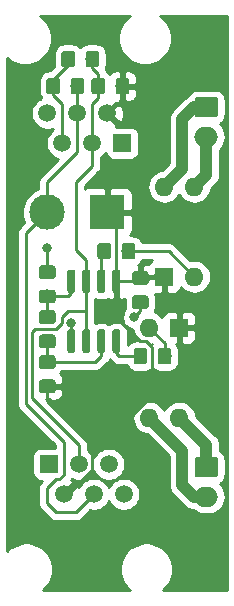
<source format=gbr>
G04 #@! TF.GenerationSoftware,KiCad,Pcbnew,(5.1.0)-1*
G04 #@! TF.CreationDate,2019-07-07T19:12:32+02:00*
G04 #@! TF.ProjectId,big_button_v1,6269675f-6275-4747-946f-6e5f76312e6b,rev?*
G04 #@! TF.SameCoordinates,Original*
G04 #@! TF.FileFunction,Copper,L2,Bot*
G04 #@! TF.FilePolarity,Positive*
%FSLAX46Y46*%
G04 Gerber Fmt 4.6, Leading zero omitted, Abs format (unit mm)*
G04 Created by KiCad (PCBNEW (5.1.0)-1) date 2019-07-07 19:12:32*
%MOMM*%
%LPD*%
G04 APERTURE LIST*
%ADD10O,1.600000X1.600000*%
%ADD11R,1.600000X1.600000*%
%ADD12C,0.100000*%
%ADD13C,0.650000*%
%ADD14C,3.000000*%
%ADD15R,3.000000X3.000000*%
%ADD16C,1.150000*%
%ADD17O,2.000000X1.700000*%
%ADD18C,1.700000*%
%ADD19R,1.520000X1.520000*%
%ADD20C,1.520000*%
%ADD21C,0.800000*%
%ADD22C,0.250000*%
%ADD23C,0.400000*%
%ADD24C,1.000000*%
%ADD25C,0.254000*%
G04 APERTURE END LIST*
D10*
X64008000Y-65151000D03*
X66548000Y-72771000D03*
X66548000Y-65151000D03*
D11*
X64008000Y-72771000D03*
D10*
X65278000Y-84709000D03*
X62738000Y-77089000D03*
X62738000Y-84709000D03*
D11*
X65278000Y-77089000D03*
D12*
G36*
X60122428Y-72165282D02*
G01*
X60138202Y-72167622D01*
X60153671Y-72171497D01*
X60168686Y-72176870D01*
X60183102Y-72183688D01*
X60196780Y-72191886D01*
X60209589Y-72201386D01*
X60221405Y-72212095D01*
X60232114Y-72223911D01*
X60241614Y-72236720D01*
X60249812Y-72250398D01*
X60256630Y-72264814D01*
X60262003Y-72279829D01*
X60265878Y-72295298D01*
X60268218Y-72311072D01*
X60269000Y-72327000D01*
X60269000Y-73977000D01*
X60268218Y-73992928D01*
X60265878Y-74008702D01*
X60262003Y-74024171D01*
X60256630Y-74039186D01*
X60249812Y-74053602D01*
X60241614Y-74067280D01*
X60232114Y-74080089D01*
X60221405Y-74091905D01*
X60209589Y-74102614D01*
X60196780Y-74112114D01*
X60183102Y-74120312D01*
X60168686Y-74127130D01*
X60153671Y-74132503D01*
X60138202Y-74136378D01*
X60122428Y-74138718D01*
X60106500Y-74139500D01*
X59781500Y-74139500D01*
X59765572Y-74138718D01*
X59749798Y-74136378D01*
X59734329Y-74132503D01*
X59719314Y-74127130D01*
X59704898Y-74120312D01*
X59691220Y-74112114D01*
X59678411Y-74102614D01*
X59666595Y-74091905D01*
X59655886Y-74080089D01*
X59646386Y-74067280D01*
X59638188Y-74053602D01*
X59631370Y-74039186D01*
X59625997Y-74024171D01*
X59622122Y-74008702D01*
X59619782Y-73992928D01*
X59619000Y-73977000D01*
X59619000Y-72327000D01*
X59619782Y-72311072D01*
X59622122Y-72295298D01*
X59625997Y-72279829D01*
X59631370Y-72264814D01*
X59638188Y-72250398D01*
X59646386Y-72236720D01*
X59655886Y-72223911D01*
X59666595Y-72212095D01*
X59678411Y-72201386D01*
X59691220Y-72191886D01*
X59704898Y-72183688D01*
X59719314Y-72176870D01*
X59734329Y-72171497D01*
X59749798Y-72167622D01*
X59765572Y-72165282D01*
X59781500Y-72164500D01*
X60106500Y-72164500D01*
X60122428Y-72165282D01*
X60122428Y-72165282D01*
G37*
D13*
X59944000Y-73152000D03*
D12*
G36*
X58852428Y-72165282D02*
G01*
X58868202Y-72167622D01*
X58883671Y-72171497D01*
X58898686Y-72176870D01*
X58913102Y-72183688D01*
X58926780Y-72191886D01*
X58939589Y-72201386D01*
X58951405Y-72212095D01*
X58962114Y-72223911D01*
X58971614Y-72236720D01*
X58979812Y-72250398D01*
X58986630Y-72264814D01*
X58992003Y-72279829D01*
X58995878Y-72295298D01*
X58998218Y-72311072D01*
X58999000Y-72327000D01*
X58999000Y-73977000D01*
X58998218Y-73992928D01*
X58995878Y-74008702D01*
X58992003Y-74024171D01*
X58986630Y-74039186D01*
X58979812Y-74053602D01*
X58971614Y-74067280D01*
X58962114Y-74080089D01*
X58951405Y-74091905D01*
X58939589Y-74102614D01*
X58926780Y-74112114D01*
X58913102Y-74120312D01*
X58898686Y-74127130D01*
X58883671Y-74132503D01*
X58868202Y-74136378D01*
X58852428Y-74138718D01*
X58836500Y-74139500D01*
X58511500Y-74139500D01*
X58495572Y-74138718D01*
X58479798Y-74136378D01*
X58464329Y-74132503D01*
X58449314Y-74127130D01*
X58434898Y-74120312D01*
X58421220Y-74112114D01*
X58408411Y-74102614D01*
X58396595Y-74091905D01*
X58385886Y-74080089D01*
X58376386Y-74067280D01*
X58368188Y-74053602D01*
X58361370Y-74039186D01*
X58355997Y-74024171D01*
X58352122Y-74008702D01*
X58349782Y-73992928D01*
X58349000Y-73977000D01*
X58349000Y-72327000D01*
X58349782Y-72311072D01*
X58352122Y-72295298D01*
X58355997Y-72279829D01*
X58361370Y-72264814D01*
X58368188Y-72250398D01*
X58376386Y-72236720D01*
X58385886Y-72223911D01*
X58396595Y-72212095D01*
X58408411Y-72201386D01*
X58421220Y-72191886D01*
X58434898Y-72183688D01*
X58449314Y-72176870D01*
X58464329Y-72171497D01*
X58479798Y-72167622D01*
X58495572Y-72165282D01*
X58511500Y-72164500D01*
X58836500Y-72164500D01*
X58852428Y-72165282D01*
X58852428Y-72165282D01*
G37*
D13*
X58674000Y-73152000D03*
D12*
G36*
X57582428Y-72165282D02*
G01*
X57598202Y-72167622D01*
X57613671Y-72171497D01*
X57628686Y-72176870D01*
X57643102Y-72183688D01*
X57656780Y-72191886D01*
X57669589Y-72201386D01*
X57681405Y-72212095D01*
X57692114Y-72223911D01*
X57701614Y-72236720D01*
X57709812Y-72250398D01*
X57716630Y-72264814D01*
X57722003Y-72279829D01*
X57725878Y-72295298D01*
X57728218Y-72311072D01*
X57729000Y-72327000D01*
X57729000Y-73977000D01*
X57728218Y-73992928D01*
X57725878Y-74008702D01*
X57722003Y-74024171D01*
X57716630Y-74039186D01*
X57709812Y-74053602D01*
X57701614Y-74067280D01*
X57692114Y-74080089D01*
X57681405Y-74091905D01*
X57669589Y-74102614D01*
X57656780Y-74112114D01*
X57643102Y-74120312D01*
X57628686Y-74127130D01*
X57613671Y-74132503D01*
X57598202Y-74136378D01*
X57582428Y-74138718D01*
X57566500Y-74139500D01*
X57241500Y-74139500D01*
X57225572Y-74138718D01*
X57209798Y-74136378D01*
X57194329Y-74132503D01*
X57179314Y-74127130D01*
X57164898Y-74120312D01*
X57151220Y-74112114D01*
X57138411Y-74102614D01*
X57126595Y-74091905D01*
X57115886Y-74080089D01*
X57106386Y-74067280D01*
X57098188Y-74053602D01*
X57091370Y-74039186D01*
X57085997Y-74024171D01*
X57082122Y-74008702D01*
X57079782Y-73992928D01*
X57079000Y-73977000D01*
X57079000Y-72327000D01*
X57079782Y-72311072D01*
X57082122Y-72295298D01*
X57085997Y-72279829D01*
X57091370Y-72264814D01*
X57098188Y-72250398D01*
X57106386Y-72236720D01*
X57115886Y-72223911D01*
X57126595Y-72212095D01*
X57138411Y-72201386D01*
X57151220Y-72191886D01*
X57164898Y-72183688D01*
X57179314Y-72176870D01*
X57194329Y-72171497D01*
X57209798Y-72167622D01*
X57225572Y-72165282D01*
X57241500Y-72164500D01*
X57566500Y-72164500D01*
X57582428Y-72165282D01*
X57582428Y-72165282D01*
G37*
D13*
X57404000Y-73152000D03*
D12*
G36*
X56312428Y-72165282D02*
G01*
X56328202Y-72167622D01*
X56343671Y-72171497D01*
X56358686Y-72176870D01*
X56373102Y-72183688D01*
X56386780Y-72191886D01*
X56399589Y-72201386D01*
X56411405Y-72212095D01*
X56422114Y-72223911D01*
X56431614Y-72236720D01*
X56439812Y-72250398D01*
X56446630Y-72264814D01*
X56452003Y-72279829D01*
X56455878Y-72295298D01*
X56458218Y-72311072D01*
X56459000Y-72327000D01*
X56459000Y-73977000D01*
X56458218Y-73992928D01*
X56455878Y-74008702D01*
X56452003Y-74024171D01*
X56446630Y-74039186D01*
X56439812Y-74053602D01*
X56431614Y-74067280D01*
X56422114Y-74080089D01*
X56411405Y-74091905D01*
X56399589Y-74102614D01*
X56386780Y-74112114D01*
X56373102Y-74120312D01*
X56358686Y-74127130D01*
X56343671Y-74132503D01*
X56328202Y-74136378D01*
X56312428Y-74138718D01*
X56296500Y-74139500D01*
X55971500Y-74139500D01*
X55955572Y-74138718D01*
X55939798Y-74136378D01*
X55924329Y-74132503D01*
X55909314Y-74127130D01*
X55894898Y-74120312D01*
X55881220Y-74112114D01*
X55868411Y-74102614D01*
X55856595Y-74091905D01*
X55845886Y-74080089D01*
X55836386Y-74067280D01*
X55828188Y-74053602D01*
X55821370Y-74039186D01*
X55815997Y-74024171D01*
X55812122Y-74008702D01*
X55809782Y-73992928D01*
X55809000Y-73977000D01*
X55809000Y-72327000D01*
X55809782Y-72311072D01*
X55812122Y-72295298D01*
X55815997Y-72279829D01*
X55821370Y-72264814D01*
X55828188Y-72250398D01*
X55836386Y-72236720D01*
X55845886Y-72223911D01*
X55856595Y-72212095D01*
X55868411Y-72201386D01*
X55881220Y-72191886D01*
X55894898Y-72183688D01*
X55909314Y-72176870D01*
X55924329Y-72171497D01*
X55939798Y-72167622D01*
X55955572Y-72165282D01*
X55971500Y-72164500D01*
X56296500Y-72164500D01*
X56312428Y-72165282D01*
X56312428Y-72165282D01*
G37*
D13*
X56134000Y-73152000D03*
D12*
G36*
X56312428Y-77240282D02*
G01*
X56328202Y-77242622D01*
X56343671Y-77246497D01*
X56358686Y-77251870D01*
X56373102Y-77258688D01*
X56386780Y-77266886D01*
X56399589Y-77276386D01*
X56411405Y-77287095D01*
X56422114Y-77298911D01*
X56431614Y-77311720D01*
X56439812Y-77325398D01*
X56446630Y-77339814D01*
X56452003Y-77354829D01*
X56455878Y-77370298D01*
X56458218Y-77386072D01*
X56459000Y-77402000D01*
X56459000Y-79052000D01*
X56458218Y-79067928D01*
X56455878Y-79083702D01*
X56452003Y-79099171D01*
X56446630Y-79114186D01*
X56439812Y-79128602D01*
X56431614Y-79142280D01*
X56422114Y-79155089D01*
X56411405Y-79166905D01*
X56399589Y-79177614D01*
X56386780Y-79187114D01*
X56373102Y-79195312D01*
X56358686Y-79202130D01*
X56343671Y-79207503D01*
X56328202Y-79211378D01*
X56312428Y-79213718D01*
X56296500Y-79214500D01*
X55971500Y-79214500D01*
X55955572Y-79213718D01*
X55939798Y-79211378D01*
X55924329Y-79207503D01*
X55909314Y-79202130D01*
X55894898Y-79195312D01*
X55881220Y-79187114D01*
X55868411Y-79177614D01*
X55856595Y-79166905D01*
X55845886Y-79155089D01*
X55836386Y-79142280D01*
X55828188Y-79128602D01*
X55821370Y-79114186D01*
X55815997Y-79099171D01*
X55812122Y-79083702D01*
X55809782Y-79067928D01*
X55809000Y-79052000D01*
X55809000Y-77402000D01*
X55809782Y-77386072D01*
X55812122Y-77370298D01*
X55815997Y-77354829D01*
X55821370Y-77339814D01*
X55828188Y-77325398D01*
X55836386Y-77311720D01*
X55845886Y-77298911D01*
X55856595Y-77287095D01*
X55868411Y-77276386D01*
X55881220Y-77266886D01*
X55894898Y-77258688D01*
X55909314Y-77251870D01*
X55924329Y-77246497D01*
X55939798Y-77242622D01*
X55955572Y-77240282D01*
X55971500Y-77239500D01*
X56296500Y-77239500D01*
X56312428Y-77240282D01*
X56312428Y-77240282D01*
G37*
D13*
X56134000Y-78227000D03*
D12*
G36*
X57582428Y-77240282D02*
G01*
X57598202Y-77242622D01*
X57613671Y-77246497D01*
X57628686Y-77251870D01*
X57643102Y-77258688D01*
X57656780Y-77266886D01*
X57669589Y-77276386D01*
X57681405Y-77287095D01*
X57692114Y-77298911D01*
X57701614Y-77311720D01*
X57709812Y-77325398D01*
X57716630Y-77339814D01*
X57722003Y-77354829D01*
X57725878Y-77370298D01*
X57728218Y-77386072D01*
X57729000Y-77402000D01*
X57729000Y-79052000D01*
X57728218Y-79067928D01*
X57725878Y-79083702D01*
X57722003Y-79099171D01*
X57716630Y-79114186D01*
X57709812Y-79128602D01*
X57701614Y-79142280D01*
X57692114Y-79155089D01*
X57681405Y-79166905D01*
X57669589Y-79177614D01*
X57656780Y-79187114D01*
X57643102Y-79195312D01*
X57628686Y-79202130D01*
X57613671Y-79207503D01*
X57598202Y-79211378D01*
X57582428Y-79213718D01*
X57566500Y-79214500D01*
X57241500Y-79214500D01*
X57225572Y-79213718D01*
X57209798Y-79211378D01*
X57194329Y-79207503D01*
X57179314Y-79202130D01*
X57164898Y-79195312D01*
X57151220Y-79187114D01*
X57138411Y-79177614D01*
X57126595Y-79166905D01*
X57115886Y-79155089D01*
X57106386Y-79142280D01*
X57098188Y-79128602D01*
X57091370Y-79114186D01*
X57085997Y-79099171D01*
X57082122Y-79083702D01*
X57079782Y-79067928D01*
X57079000Y-79052000D01*
X57079000Y-77402000D01*
X57079782Y-77386072D01*
X57082122Y-77370298D01*
X57085997Y-77354829D01*
X57091370Y-77339814D01*
X57098188Y-77325398D01*
X57106386Y-77311720D01*
X57115886Y-77298911D01*
X57126595Y-77287095D01*
X57138411Y-77276386D01*
X57151220Y-77266886D01*
X57164898Y-77258688D01*
X57179314Y-77251870D01*
X57194329Y-77246497D01*
X57209798Y-77242622D01*
X57225572Y-77240282D01*
X57241500Y-77239500D01*
X57566500Y-77239500D01*
X57582428Y-77240282D01*
X57582428Y-77240282D01*
G37*
D13*
X57404000Y-78227000D03*
D12*
G36*
X58852428Y-77240282D02*
G01*
X58868202Y-77242622D01*
X58883671Y-77246497D01*
X58898686Y-77251870D01*
X58913102Y-77258688D01*
X58926780Y-77266886D01*
X58939589Y-77276386D01*
X58951405Y-77287095D01*
X58962114Y-77298911D01*
X58971614Y-77311720D01*
X58979812Y-77325398D01*
X58986630Y-77339814D01*
X58992003Y-77354829D01*
X58995878Y-77370298D01*
X58998218Y-77386072D01*
X58999000Y-77402000D01*
X58999000Y-79052000D01*
X58998218Y-79067928D01*
X58995878Y-79083702D01*
X58992003Y-79099171D01*
X58986630Y-79114186D01*
X58979812Y-79128602D01*
X58971614Y-79142280D01*
X58962114Y-79155089D01*
X58951405Y-79166905D01*
X58939589Y-79177614D01*
X58926780Y-79187114D01*
X58913102Y-79195312D01*
X58898686Y-79202130D01*
X58883671Y-79207503D01*
X58868202Y-79211378D01*
X58852428Y-79213718D01*
X58836500Y-79214500D01*
X58511500Y-79214500D01*
X58495572Y-79213718D01*
X58479798Y-79211378D01*
X58464329Y-79207503D01*
X58449314Y-79202130D01*
X58434898Y-79195312D01*
X58421220Y-79187114D01*
X58408411Y-79177614D01*
X58396595Y-79166905D01*
X58385886Y-79155089D01*
X58376386Y-79142280D01*
X58368188Y-79128602D01*
X58361370Y-79114186D01*
X58355997Y-79099171D01*
X58352122Y-79083702D01*
X58349782Y-79067928D01*
X58349000Y-79052000D01*
X58349000Y-77402000D01*
X58349782Y-77386072D01*
X58352122Y-77370298D01*
X58355997Y-77354829D01*
X58361370Y-77339814D01*
X58368188Y-77325398D01*
X58376386Y-77311720D01*
X58385886Y-77298911D01*
X58396595Y-77287095D01*
X58408411Y-77276386D01*
X58421220Y-77266886D01*
X58434898Y-77258688D01*
X58449314Y-77251870D01*
X58464329Y-77246497D01*
X58479798Y-77242622D01*
X58495572Y-77240282D01*
X58511500Y-77239500D01*
X58836500Y-77239500D01*
X58852428Y-77240282D01*
X58852428Y-77240282D01*
G37*
D13*
X58674000Y-78227000D03*
D12*
G36*
X60122428Y-77240282D02*
G01*
X60138202Y-77242622D01*
X60153671Y-77246497D01*
X60168686Y-77251870D01*
X60183102Y-77258688D01*
X60196780Y-77266886D01*
X60209589Y-77276386D01*
X60221405Y-77287095D01*
X60232114Y-77298911D01*
X60241614Y-77311720D01*
X60249812Y-77325398D01*
X60256630Y-77339814D01*
X60262003Y-77354829D01*
X60265878Y-77370298D01*
X60268218Y-77386072D01*
X60269000Y-77402000D01*
X60269000Y-79052000D01*
X60268218Y-79067928D01*
X60265878Y-79083702D01*
X60262003Y-79099171D01*
X60256630Y-79114186D01*
X60249812Y-79128602D01*
X60241614Y-79142280D01*
X60232114Y-79155089D01*
X60221405Y-79166905D01*
X60209589Y-79177614D01*
X60196780Y-79187114D01*
X60183102Y-79195312D01*
X60168686Y-79202130D01*
X60153671Y-79207503D01*
X60138202Y-79211378D01*
X60122428Y-79213718D01*
X60106500Y-79214500D01*
X59781500Y-79214500D01*
X59765572Y-79213718D01*
X59749798Y-79211378D01*
X59734329Y-79207503D01*
X59719314Y-79202130D01*
X59704898Y-79195312D01*
X59691220Y-79187114D01*
X59678411Y-79177614D01*
X59666595Y-79166905D01*
X59655886Y-79155089D01*
X59646386Y-79142280D01*
X59638188Y-79128602D01*
X59631370Y-79114186D01*
X59625997Y-79099171D01*
X59622122Y-79083702D01*
X59619782Y-79067928D01*
X59619000Y-79052000D01*
X59619000Y-77402000D01*
X59619782Y-77386072D01*
X59622122Y-77370298D01*
X59625997Y-77354829D01*
X59631370Y-77339814D01*
X59638188Y-77325398D01*
X59646386Y-77311720D01*
X59655886Y-77298911D01*
X59666595Y-77287095D01*
X59678411Y-77276386D01*
X59691220Y-77266886D01*
X59704898Y-77258688D01*
X59719314Y-77251870D01*
X59734329Y-77246497D01*
X59749798Y-77242622D01*
X59765572Y-77240282D01*
X59781500Y-77239500D01*
X60106500Y-77239500D01*
X60122428Y-77240282D01*
X60122428Y-77240282D01*
G37*
D13*
X59944000Y-78227000D03*
D14*
X54102000Y-67310000D03*
D15*
X59182000Y-67310000D03*
D12*
G36*
X59268505Y-69913204D02*
G01*
X59292773Y-69916804D01*
X59316572Y-69922765D01*
X59339671Y-69931030D01*
X59361850Y-69941520D01*
X59382893Y-69954132D01*
X59402599Y-69968747D01*
X59420777Y-69985223D01*
X59437253Y-70003401D01*
X59451868Y-70023107D01*
X59464480Y-70044150D01*
X59474970Y-70066329D01*
X59483235Y-70089428D01*
X59489196Y-70113227D01*
X59492796Y-70137495D01*
X59494000Y-70161999D01*
X59494000Y-71062001D01*
X59492796Y-71086505D01*
X59489196Y-71110773D01*
X59483235Y-71134572D01*
X59474970Y-71157671D01*
X59464480Y-71179850D01*
X59451868Y-71200893D01*
X59437253Y-71220599D01*
X59420777Y-71238777D01*
X59402599Y-71255253D01*
X59382893Y-71269868D01*
X59361850Y-71282480D01*
X59339671Y-71292970D01*
X59316572Y-71301235D01*
X59292773Y-71307196D01*
X59268505Y-71310796D01*
X59244001Y-71312000D01*
X58593999Y-71312000D01*
X58569495Y-71310796D01*
X58545227Y-71307196D01*
X58521428Y-71301235D01*
X58498329Y-71292970D01*
X58476150Y-71282480D01*
X58455107Y-71269868D01*
X58435401Y-71255253D01*
X58417223Y-71238777D01*
X58400747Y-71220599D01*
X58386132Y-71200893D01*
X58373520Y-71179850D01*
X58363030Y-71157671D01*
X58354765Y-71134572D01*
X58348804Y-71110773D01*
X58345204Y-71086505D01*
X58344000Y-71062001D01*
X58344000Y-70161999D01*
X58345204Y-70137495D01*
X58348804Y-70113227D01*
X58354765Y-70089428D01*
X58363030Y-70066329D01*
X58373520Y-70044150D01*
X58386132Y-70023107D01*
X58400747Y-70003401D01*
X58417223Y-69985223D01*
X58435401Y-69968747D01*
X58455107Y-69954132D01*
X58476150Y-69941520D01*
X58498329Y-69931030D01*
X58521428Y-69922765D01*
X58545227Y-69916804D01*
X58569495Y-69913204D01*
X58593999Y-69912000D01*
X59244001Y-69912000D01*
X59268505Y-69913204D01*
X59268505Y-69913204D01*
G37*
D16*
X58919000Y-70612000D03*
D12*
G36*
X61318505Y-69913204D02*
G01*
X61342773Y-69916804D01*
X61366572Y-69922765D01*
X61389671Y-69931030D01*
X61411850Y-69941520D01*
X61432893Y-69954132D01*
X61452599Y-69968747D01*
X61470777Y-69985223D01*
X61487253Y-70003401D01*
X61501868Y-70023107D01*
X61514480Y-70044150D01*
X61524970Y-70066329D01*
X61533235Y-70089428D01*
X61539196Y-70113227D01*
X61542796Y-70137495D01*
X61544000Y-70161999D01*
X61544000Y-71062001D01*
X61542796Y-71086505D01*
X61539196Y-71110773D01*
X61533235Y-71134572D01*
X61524970Y-71157671D01*
X61514480Y-71179850D01*
X61501868Y-71200893D01*
X61487253Y-71220599D01*
X61470777Y-71238777D01*
X61452599Y-71255253D01*
X61432893Y-71269868D01*
X61411850Y-71282480D01*
X61389671Y-71292970D01*
X61366572Y-71301235D01*
X61342773Y-71307196D01*
X61318505Y-71310796D01*
X61294001Y-71312000D01*
X60643999Y-71312000D01*
X60619495Y-71310796D01*
X60595227Y-71307196D01*
X60571428Y-71301235D01*
X60548329Y-71292970D01*
X60526150Y-71282480D01*
X60505107Y-71269868D01*
X60485401Y-71255253D01*
X60467223Y-71238777D01*
X60450747Y-71220599D01*
X60436132Y-71200893D01*
X60423520Y-71179850D01*
X60413030Y-71157671D01*
X60404765Y-71134572D01*
X60398804Y-71110773D01*
X60395204Y-71086505D01*
X60394000Y-71062001D01*
X60394000Y-70161999D01*
X60395204Y-70137495D01*
X60398804Y-70113227D01*
X60404765Y-70089428D01*
X60413030Y-70066329D01*
X60423520Y-70044150D01*
X60436132Y-70023107D01*
X60450747Y-70003401D01*
X60467223Y-69985223D01*
X60485401Y-69968747D01*
X60505107Y-69954132D01*
X60526150Y-69941520D01*
X60548329Y-69931030D01*
X60571428Y-69922765D01*
X60595227Y-69916804D01*
X60619495Y-69913204D01*
X60643999Y-69912000D01*
X61294001Y-69912000D01*
X61318505Y-69913204D01*
X61318505Y-69913204D01*
G37*
D16*
X60969000Y-70612000D03*
D12*
G36*
X62325505Y-78803204D02*
G01*
X62349773Y-78806804D01*
X62373572Y-78812765D01*
X62396671Y-78821030D01*
X62418850Y-78831520D01*
X62439893Y-78844132D01*
X62459599Y-78858747D01*
X62477777Y-78875223D01*
X62494253Y-78893401D01*
X62508868Y-78913107D01*
X62521480Y-78934150D01*
X62531970Y-78956329D01*
X62540235Y-78979428D01*
X62546196Y-79003227D01*
X62549796Y-79027495D01*
X62551000Y-79051999D01*
X62551000Y-79952001D01*
X62549796Y-79976505D01*
X62546196Y-80000773D01*
X62540235Y-80024572D01*
X62531970Y-80047671D01*
X62521480Y-80069850D01*
X62508868Y-80090893D01*
X62494253Y-80110599D01*
X62477777Y-80128777D01*
X62459599Y-80145253D01*
X62439893Y-80159868D01*
X62418850Y-80172480D01*
X62396671Y-80182970D01*
X62373572Y-80191235D01*
X62349773Y-80197196D01*
X62325505Y-80200796D01*
X62301001Y-80202000D01*
X61650999Y-80202000D01*
X61626495Y-80200796D01*
X61602227Y-80197196D01*
X61578428Y-80191235D01*
X61555329Y-80182970D01*
X61533150Y-80172480D01*
X61512107Y-80159868D01*
X61492401Y-80145253D01*
X61474223Y-80128777D01*
X61457747Y-80110599D01*
X61443132Y-80090893D01*
X61430520Y-80069850D01*
X61420030Y-80047671D01*
X61411765Y-80024572D01*
X61405804Y-80000773D01*
X61402204Y-79976505D01*
X61401000Y-79952001D01*
X61401000Y-79051999D01*
X61402204Y-79027495D01*
X61405804Y-79003227D01*
X61411765Y-78979428D01*
X61420030Y-78956329D01*
X61430520Y-78934150D01*
X61443132Y-78913107D01*
X61457747Y-78893401D01*
X61474223Y-78875223D01*
X61492401Y-78858747D01*
X61512107Y-78844132D01*
X61533150Y-78831520D01*
X61555329Y-78821030D01*
X61578428Y-78812765D01*
X61602227Y-78806804D01*
X61626495Y-78803204D01*
X61650999Y-78802000D01*
X62301001Y-78802000D01*
X62325505Y-78803204D01*
X62325505Y-78803204D01*
G37*
D16*
X61976000Y-79502000D03*
D12*
G36*
X64375505Y-78803204D02*
G01*
X64399773Y-78806804D01*
X64423572Y-78812765D01*
X64446671Y-78821030D01*
X64468850Y-78831520D01*
X64489893Y-78844132D01*
X64509599Y-78858747D01*
X64527777Y-78875223D01*
X64544253Y-78893401D01*
X64558868Y-78913107D01*
X64571480Y-78934150D01*
X64581970Y-78956329D01*
X64590235Y-78979428D01*
X64596196Y-79003227D01*
X64599796Y-79027495D01*
X64601000Y-79051999D01*
X64601000Y-79952001D01*
X64599796Y-79976505D01*
X64596196Y-80000773D01*
X64590235Y-80024572D01*
X64581970Y-80047671D01*
X64571480Y-80069850D01*
X64558868Y-80090893D01*
X64544253Y-80110599D01*
X64527777Y-80128777D01*
X64509599Y-80145253D01*
X64489893Y-80159868D01*
X64468850Y-80172480D01*
X64446671Y-80182970D01*
X64423572Y-80191235D01*
X64399773Y-80197196D01*
X64375505Y-80200796D01*
X64351001Y-80202000D01*
X63700999Y-80202000D01*
X63676495Y-80200796D01*
X63652227Y-80197196D01*
X63628428Y-80191235D01*
X63605329Y-80182970D01*
X63583150Y-80172480D01*
X63562107Y-80159868D01*
X63542401Y-80145253D01*
X63524223Y-80128777D01*
X63507747Y-80110599D01*
X63493132Y-80090893D01*
X63480520Y-80069850D01*
X63470030Y-80047671D01*
X63461765Y-80024572D01*
X63455804Y-80000773D01*
X63452204Y-79976505D01*
X63451000Y-79952001D01*
X63451000Y-79051999D01*
X63452204Y-79027495D01*
X63455804Y-79003227D01*
X63461765Y-78979428D01*
X63470030Y-78956329D01*
X63480520Y-78934150D01*
X63493132Y-78913107D01*
X63507747Y-78893401D01*
X63524223Y-78875223D01*
X63542401Y-78858747D01*
X63562107Y-78844132D01*
X63583150Y-78831520D01*
X63605329Y-78821030D01*
X63628428Y-78812765D01*
X63652227Y-78806804D01*
X63676495Y-78803204D01*
X63700999Y-78802000D01*
X64351001Y-78802000D01*
X64375505Y-78803204D01*
X64375505Y-78803204D01*
G37*
D16*
X64026000Y-79502000D03*
D12*
G36*
X54576505Y-71816204D02*
G01*
X54600773Y-71819804D01*
X54624572Y-71825765D01*
X54647671Y-71834030D01*
X54669850Y-71844520D01*
X54690893Y-71857132D01*
X54710599Y-71871747D01*
X54728777Y-71888223D01*
X54745253Y-71906401D01*
X54759868Y-71926107D01*
X54772480Y-71947150D01*
X54782970Y-71969329D01*
X54791235Y-71992428D01*
X54797196Y-72016227D01*
X54800796Y-72040495D01*
X54802000Y-72064999D01*
X54802000Y-72715001D01*
X54800796Y-72739505D01*
X54797196Y-72763773D01*
X54791235Y-72787572D01*
X54782970Y-72810671D01*
X54772480Y-72832850D01*
X54759868Y-72853893D01*
X54745253Y-72873599D01*
X54728777Y-72891777D01*
X54710599Y-72908253D01*
X54690893Y-72922868D01*
X54669850Y-72935480D01*
X54647671Y-72945970D01*
X54624572Y-72954235D01*
X54600773Y-72960196D01*
X54576505Y-72963796D01*
X54552001Y-72965000D01*
X53651999Y-72965000D01*
X53627495Y-72963796D01*
X53603227Y-72960196D01*
X53579428Y-72954235D01*
X53556329Y-72945970D01*
X53534150Y-72935480D01*
X53513107Y-72922868D01*
X53493401Y-72908253D01*
X53475223Y-72891777D01*
X53458747Y-72873599D01*
X53444132Y-72853893D01*
X53431520Y-72832850D01*
X53421030Y-72810671D01*
X53412765Y-72787572D01*
X53406804Y-72763773D01*
X53403204Y-72739505D01*
X53402000Y-72715001D01*
X53402000Y-72064999D01*
X53403204Y-72040495D01*
X53406804Y-72016227D01*
X53412765Y-71992428D01*
X53421030Y-71969329D01*
X53431520Y-71947150D01*
X53444132Y-71926107D01*
X53458747Y-71906401D01*
X53475223Y-71888223D01*
X53493401Y-71871747D01*
X53513107Y-71857132D01*
X53534150Y-71844520D01*
X53556329Y-71834030D01*
X53579428Y-71825765D01*
X53603227Y-71819804D01*
X53627495Y-71816204D01*
X53651999Y-71815000D01*
X54552001Y-71815000D01*
X54576505Y-71816204D01*
X54576505Y-71816204D01*
G37*
D16*
X54102000Y-72390000D03*
D12*
G36*
X54576505Y-73866204D02*
G01*
X54600773Y-73869804D01*
X54624572Y-73875765D01*
X54647671Y-73884030D01*
X54669850Y-73894520D01*
X54690893Y-73907132D01*
X54710599Y-73921747D01*
X54728777Y-73938223D01*
X54745253Y-73956401D01*
X54759868Y-73976107D01*
X54772480Y-73997150D01*
X54782970Y-74019329D01*
X54791235Y-74042428D01*
X54797196Y-74066227D01*
X54800796Y-74090495D01*
X54802000Y-74114999D01*
X54802000Y-74765001D01*
X54800796Y-74789505D01*
X54797196Y-74813773D01*
X54791235Y-74837572D01*
X54782970Y-74860671D01*
X54772480Y-74882850D01*
X54759868Y-74903893D01*
X54745253Y-74923599D01*
X54728777Y-74941777D01*
X54710599Y-74958253D01*
X54690893Y-74972868D01*
X54669850Y-74985480D01*
X54647671Y-74995970D01*
X54624572Y-75004235D01*
X54600773Y-75010196D01*
X54576505Y-75013796D01*
X54552001Y-75015000D01*
X53651999Y-75015000D01*
X53627495Y-75013796D01*
X53603227Y-75010196D01*
X53579428Y-75004235D01*
X53556329Y-74995970D01*
X53534150Y-74985480D01*
X53513107Y-74972868D01*
X53493401Y-74958253D01*
X53475223Y-74941777D01*
X53458747Y-74923599D01*
X53444132Y-74903893D01*
X53431520Y-74882850D01*
X53421030Y-74860671D01*
X53412765Y-74837572D01*
X53406804Y-74813773D01*
X53403204Y-74789505D01*
X53402000Y-74765001D01*
X53402000Y-74114999D01*
X53403204Y-74090495D01*
X53406804Y-74066227D01*
X53412765Y-74042428D01*
X53421030Y-74019329D01*
X53431520Y-73997150D01*
X53444132Y-73976107D01*
X53458747Y-73956401D01*
X53475223Y-73938223D01*
X53493401Y-73921747D01*
X53513107Y-73907132D01*
X53534150Y-73894520D01*
X53556329Y-73884030D01*
X53579428Y-73875765D01*
X53603227Y-73869804D01*
X53627495Y-73866204D01*
X53651999Y-73865000D01*
X54552001Y-73865000D01*
X54576505Y-73866204D01*
X54576505Y-73866204D01*
G37*
D16*
X54102000Y-74440000D03*
D12*
G36*
X54576505Y-75617204D02*
G01*
X54600773Y-75620804D01*
X54624572Y-75626765D01*
X54647671Y-75635030D01*
X54669850Y-75645520D01*
X54690893Y-75658132D01*
X54710599Y-75672747D01*
X54728777Y-75689223D01*
X54745253Y-75707401D01*
X54759868Y-75727107D01*
X54772480Y-75748150D01*
X54782970Y-75770329D01*
X54791235Y-75793428D01*
X54797196Y-75817227D01*
X54800796Y-75841495D01*
X54802000Y-75865999D01*
X54802000Y-76516001D01*
X54800796Y-76540505D01*
X54797196Y-76564773D01*
X54791235Y-76588572D01*
X54782970Y-76611671D01*
X54772480Y-76633850D01*
X54759868Y-76654893D01*
X54745253Y-76674599D01*
X54728777Y-76692777D01*
X54710599Y-76709253D01*
X54690893Y-76723868D01*
X54669850Y-76736480D01*
X54647671Y-76746970D01*
X54624572Y-76755235D01*
X54600773Y-76761196D01*
X54576505Y-76764796D01*
X54552001Y-76766000D01*
X53651999Y-76766000D01*
X53627495Y-76764796D01*
X53603227Y-76761196D01*
X53579428Y-76755235D01*
X53556329Y-76746970D01*
X53534150Y-76736480D01*
X53513107Y-76723868D01*
X53493401Y-76709253D01*
X53475223Y-76692777D01*
X53458747Y-76674599D01*
X53444132Y-76654893D01*
X53431520Y-76633850D01*
X53421030Y-76611671D01*
X53412765Y-76588572D01*
X53406804Y-76564773D01*
X53403204Y-76540505D01*
X53402000Y-76516001D01*
X53402000Y-75865999D01*
X53403204Y-75841495D01*
X53406804Y-75817227D01*
X53412765Y-75793428D01*
X53421030Y-75770329D01*
X53431520Y-75748150D01*
X53444132Y-75727107D01*
X53458747Y-75707401D01*
X53475223Y-75689223D01*
X53493401Y-75672747D01*
X53513107Y-75658132D01*
X53534150Y-75645520D01*
X53556329Y-75635030D01*
X53579428Y-75626765D01*
X53603227Y-75620804D01*
X53627495Y-75617204D01*
X53651999Y-75616000D01*
X54552001Y-75616000D01*
X54576505Y-75617204D01*
X54576505Y-75617204D01*
G37*
D16*
X54102000Y-76191000D03*
D12*
G36*
X54576505Y-77667204D02*
G01*
X54600773Y-77670804D01*
X54624572Y-77676765D01*
X54647671Y-77685030D01*
X54669850Y-77695520D01*
X54690893Y-77708132D01*
X54710599Y-77722747D01*
X54728777Y-77739223D01*
X54745253Y-77757401D01*
X54759868Y-77777107D01*
X54772480Y-77798150D01*
X54782970Y-77820329D01*
X54791235Y-77843428D01*
X54797196Y-77867227D01*
X54800796Y-77891495D01*
X54802000Y-77915999D01*
X54802000Y-78566001D01*
X54800796Y-78590505D01*
X54797196Y-78614773D01*
X54791235Y-78638572D01*
X54782970Y-78661671D01*
X54772480Y-78683850D01*
X54759868Y-78704893D01*
X54745253Y-78724599D01*
X54728777Y-78742777D01*
X54710599Y-78759253D01*
X54690893Y-78773868D01*
X54669850Y-78786480D01*
X54647671Y-78796970D01*
X54624572Y-78805235D01*
X54600773Y-78811196D01*
X54576505Y-78814796D01*
X54552001Y-78816000D01*
X53651999Y-78816000D01*
X53627495Y-78814796D01*
X53603227Y-78811196D01*
X53579428Y-78805235D01*
X53556329Y-78796970D01*
X53534150Y-78786480D01*
X53513107Y-78773868D01*
X53493401Y-78759253D01*
X53475223Y-78742777D01*
X53458747Y-78724599D01*
X53444132Y-78704893D01*
X53431520Y-78683850D01*
X53421030Y-78661671D01*
X53412765Y-78638572D01*
X53406804Y-78614773D01*
X53403204Y-78590505D01*
X53402000Y-78566001D01*
X53402000Y-77915999D01*
X53403204Y-77891495D01*
X53406804Y-77867227D01*
X53412765Y-77843428D01*
X53421030Y-77820329D01*
X53431520Y-77798150D01*
X53444132Y-77777107D01*
X53458747Y-77757401D01*
X53475223Y-77739223D01*
X53493401Y-77722747D01*
X53513107Y-77708132D01*
X53534150Y-77695520D01*
X53556329Y-77685030D01*
X53579428Y-77676765D01*
X53603227Y-77670804D01*
X53627495Y-77667204D01*
X53651999Y-77666000D01*
X54552001Y-77666000D01*
X54576505Y-77667204D01*
X54576505Y-77667204D01*
G37*
D16*
X54102000Y-78241000D03*
D12*
G36*
X54576505Y-79427204D02*
G01*
X54600773Y-79430804D01*
X54624572Y-79436765D01*
X54647671Y-79445030D01*
X54669850Y-79455520D01*
X54690893Y-79468132D01*
X54710599Y-79482747D01*
X54728777Y-79499223D01*
X54745253Y-79517401D01*
X54759868Y-79537107D01*
X54772480Y-79558150D01*
X54782970Y-79580329D01*
X54791235Y-79603428D01*
X54797196Y-79627227D01*
X54800796Y-79651495D01*
X54802000Y-79675999D01*
X54802000Y-80326001D01*
X54800796Y-80350505D01*
X54797196Y-80374773D01*
X54791235Y-80398572D01*
X54782970Y-80421671D01*
X54772480Y-80443850D01*
X54759868Y-80464893D01*
X54745253Y-80484599D01*
X54728777Y-80502777D01*
X54710599Y-80519253D01*
X54690893Y-80533868D01*
X54669850Y-80546480D01*
X54647671Y-80556970D01*
X54624572Y-80565235D01*
X54600773Y-80571196D01*
X54576505Y-80574796D01*
X54552001Y-80576000D01*
X53651999Y-80576000D01*
X53627495Y-80574796D01*
X53603227Y-80571196D01*
X53579428Y-80565235D01*
X53556329Y-80556970D01*
X53534150Y-80546480D01*
X53513107Y-80533868D01*
X53493401Y-80519253D01*
X53475223Y-80502777D01*
X53458747Y-80484599D01*
X53444132Y-80464893D01*
X53431520Y-80443850D01*
X53421030Y-80421671D01*
X53412765Y-80398572D01*
X53406804Y-80374773D01*
X53403204Y-80350505D01*
X53402000Y-80326001D01*
X53402000Y-79675999D01*
X53403204Y-79651495D01*
X53406804Y-79627227D01*
X53412765Y-79603428D01*
X53421030Y-79580329D01*
X53431520Y-79558150D01*
X53444132Y-79537107D01*
X53458747Y-79517401D01*
X53475223Y-79499223D01*
X53493401Y-79482747D01*
X53513107Y-79468132D01*
X53534150Y-79455520D01*
X53556329Y-79445030D01*
X53579428Y-79436765D01*
X53603227Y-79430804D01*
X53627495Y-79427204D01*
X53651999Y-79426000D01*
X54552001Y-79426000D01*
X54576505Y-79427204D01*
X54576505Y-79427204D01*
G37*
D16*
X54102000Y-80001000D03*
D12*
G36*
X54576505Y-81477204D02*
G01*
X54600773Y-81480804D01*
X54624572Y-81486765D01*
X54647671Y-81495030D01*
X54669850Y-81505520D01*
X54690893Y-81518132D01*
X54710599Y-81532747D01*
X54728777Y-81549223D01*
X54745253Y-81567401D01*
X54759868Y-81587107D01*
X54772480Y-81608150D01*
X54782970Y-81630329D01*
X54791235Y-81653428D01*
X54797196Y-81677227D01*
X54800796Y-81701495D01*
X54802000Y-81725999D01*
X54802000Y-82376001D01*
X54800796Y-82400505D01*
X54797196Y-82424773D01*
X54791235Y-82448572D01*
X54782970Y-82471671D01*
X54772480Y-82493850D01*
X54759868Y-82514893D01*
X54745253Y-82534599D01*
X54728777Y-82552777D01*
X54710599Y-82569253D01*
X54690893Y-82583868D01*
X54669850Y-82596480D01*
X54647671Y-82606970D01*
X54624572Y-82615235D01*
X54600773Y-82621196D01*
X54576505Y-82624796D01*
X54552001Y-82626000D01*
X53651999Y-82626000D01*
X53627495Y-82624796D01*
X53603227Y-82621196D01*
X53579428Y-82615235D01*
X53556329Y-82606970D01*
X53534150Y-82596480D01*
X53513107Y-82583868D01*
X53493401Y-82569253D01*
X53475223Y-82552777D01*
X53458747Y-82534599D01*
X53444132Y-82514893D01*
X53431520Y-82493850D01*
X53421030Y-82471671D01*
X53412765Y-82448572D01*
X53406804Y-82424773D01*
X53403204Y-82400505D01*
X53402000Y-82376001D01*
X53402000Y-81725999D01*
X53403204Y-81701495D01*
X53406804Y-81677227D01*
X53412765Y-81653428D01*
X53421030Y-81630329D01*
X53431520Y-81608150D01*
X53444132Y-81587107D01*
X53458747Y-81567401D01*
X53475223Y-81549223D01*
X53493401Y-81532747D01*
X53513107Y-81518132D01*
X53534150Y-81505520D01*
X53556329Y-81495030D01*
X53579428Y-81486765D01*
X53603227Y-81480804D01*
X53627495Y-81477204D01*
X53651999Y-81476000D01*
X54552001Y-81476000D01*
X54576505Y-81477204D01*
X54576505Y-81477204D01*
G37*
D16*
X54102000Y-82051000D03*
D12*
G36*
X54941505Y-55943204D02*
G01*
X54965773Y-55946804D01*
X54989572Y-55952765D01*
X55012671Y-55961030D01*
X55034850Y-55971520D01*
X55055893Y-55984132D01*
X55075599Y-55998747D01*
X55093777Y-56015223D01*
X55110253Y-56033401D01*
X55124868Y-56053107D01*
X55137480Y-56074150D01*
X55147970Y-56096329D01*
X55156235Y-56119428D01*
X55162196Y-56143227D01*
X55165796Y-56167495D01*
X55167000Y-56191999D01*
X55167000Y-57092001D01*
X55165796Y-57116505D01*
X55162196Y-57140773D01*
X55156235Y-57164572D01*
X55147970Y-57187671D01*
X55137480Y-57209850D01*
X55124868Y-57230893D01*
X55110253Y-57250599D01*
X55093777Y-57268777D01*
X55075599Y-57285253D01*
X55055893Y-57299868D01*
X55034850Y-57312480D01*
X55012671Y-57322970D01*
X54989572Y-57331235D01*
X54965773Y-57337196D01*
X54941505Y-57340796D01*
X54917001Y-57342000D01*
X54266999Y-57342000D01*
X54242495Y-57340796D01*
X54218227Y-57337196D01*
X54194428Y-57331235D01*
X54171329Y-57322970D01*
X54149150Y-57312480D01*
X54128107Y-57299868D01*
X54108401Y-57285253D01*
X54090223Y-57268777D01*
X54073747Y-57250599D01*
X54059132Y-57230893D01*
X54046520Y-57209850D01*
X54036030Y-57187671D01*
X54027765Y-57164572D01*
X54021804Y-57140773D01*
X54018204Y-57116505D01*
X54017000Y-57092001D01*
X54017000Y-56191999D01*
X54018204Y-56167495D01*
X54021804Y-56143227D01*
X54027765Y-56119428D01*
X54036030Y-56096329D01*
X54046520Y-56074150D01*
X54059132Y-56053107D01*
X54073747Y-56033401D01*
X54090223Y-56015223D01*
X54108401Y-55998747D01*
X54128107Y-55984132D01*
X54149150Y-55971520D01*
X54171329Y-55961030D01*
X54194428Y-55952765D01*
X54218227Y-55946804D01*
X54242495Y-55943204D01*
X54266999Y-55942000D01*
X54917001Y-55942000D01*
X54941505Y-55943204D01*
X54941505Y-55943204D01*
G37*
D16*
X54592000Y-56642000D03*
D12*
G36*
X56991505Y-55943204D02*
G01*
X57015773Y-55946804D01*
X57039572Y-55952765D01*
X57062671Y-55961030D01*
X57084850Y-55971520D01*
X57105893Y-55984132D01*
X57125599Y-55998747D01*
X57143777Y-56015223D01*
X57160253Y-56033401D01*
X57174868Y-56053107D01*
X57187480Y-56074150D01*
X57197970Y-56096329D01*
X57206235Y-56119428D01*
X57212196Y-56143227D01*
X57215796Y-56167495D01*
X57217000Y-56191999D01*
X57217000Y-57092001D01*
X57215796Y-57116505D01*
X57212196Y-57140773D01*
X57206235Y-57164572D01*
X57197970Y-57187671D01*
X57187480Y-57209850D01*
X57174868Y-57230893D01*
X57160253Y-57250599D01*
X57143777Y-57268777D01*
X57125599Y-57285253D01*
X57105893Y-57299868D01*
X57084850Y-57312480D01*
X57062671Y-57322970D01*
X57039572Y-57331235D01*
X57015773Y-57337196D01*
X56991505Y-57340796D01*
X56967001Y-57342000D01*
X56316999Y-57342000D01*
X56292495Y-57340796D01*
X56268227Y-57337196D01*
X56244428Y-57331235D01*
X56221329Y-57322970D01*
X56199150Y-57312480D01*
X56178107Y-57299868D01*
X56158401Y-57285253D01*
X56140223Y-57268777D01*
X56123747Y-57250599D01*
X56109132Y-57230893D01*
X56096520Y-57209850D01*
X56086030Y-57187671D01*
X56077765Y-57164572D01*
X56071804Y-57140773D01*
X56068204Y-57116505D01*
X56067000Y-57092001D01*
X56067000Y-56191999D01*
X56068204Y-56167495D01*
X56071804Y-56143227D01*
X56077765Y-56119428D01*
X56086030Y-56096329D01*
X56096520Y-56074150D01*
X56109132Y-56053107D01*
X56123747Y-56033401D01*
X56140223Y-56015223D01*
X56158401Y-55998747D01*
X56178107Y-55984132D01*
X56199150Y-55971520D01*
X56221329Y-55961030D01*
X56244428Y-55952765D01*
X56268227Y-55946804D01*
X56292495Y-55943204D01*
X56316999Y-55942000D01*
X56967001Y-55942000D01*
X56991505Y-55943204D01*
X56991505Y-55943204D01*
G37*
D16*
X56642000Y-56642000D03*
D12*
G36*
X56211505Y-53657204D02*
G01*
X56235773Y-53660804D01*
X56259572Y-53666765D01*
X56282671Y-53675030D01*
X56304850Y-53685520D01*
X56325893Y-53698132D01*
X56345599Y-53712747D01*
X56363777Y-53729223D01*
X56380253Y-53747401D01*
X56394868Y-53767107D01*
X56407480Y-53788150D01*
X56417970Y-53810329D01*
X56426235Y-53833428D01*
X56432196Y-53857227D01*
X56435796Y-53881495D01*
X56437000Y-53905999D01*
X56437000Y-54806001D01*
X56435796Y-54830505D01*
X56432196Y-54854773D01*
X56426235Y-54878572D01*
X56417970Y-54901671D01*
X56407480Y-54923850D01*
X56394868Y-54944893D01*
X56380253Y-54964599D01*
X56363777Y-54982777D01*
X56345599Y-54999253D01*
X56325893Y-55013868D01*
X56304850Y-55026480D01*
X56282671Y-55036970D01*
X56259572Y-55045235D01*
X56235773Y-55051196D01*
X56211505Y-55054796D01*
X56187001Y-55056000D01*
X55536999Y-55056000D01*
X55512495Y-55054796D01*
X55488227Y-55051196D01*
X55464428Y-55045235D01*
X55441329Y-55036970D01*
X55419150Y-55026480D01*
X55398107Y-55013868D01*
X55378401Y-54999253D01*
X55360223Y-54982777D01*
X55343747Y-54964599D01*
X55329132Y-54944893D01*
X55316520Y-54923850D01*
X55306030Y-54901671D01*
X55297765Y-54878572D01*
X55291804Y-54854773D01*
X55288204Y-54830505D01*
X55287000Y-54806001D01*
X55287000Y-53905999D01*
X55288204Y-53881495D01*
X55291804Y-53857227D01*
X55297765Y-53833428D01*
X55306030Y-53810329D01*
X55316520Y-53788150D01*
X55329132Y-53767107D01*
X55343747Y-53747401D01*
X55360223Y-53729223D01*
X55378401Y-53712747D01*
X55398107Y-53698132D01*
X55419150Y-53685520D01*
X55441329Y-53675030D01*
X55464428Y-53666765D01*
X55488227Y-53660804D01*
X55512495Y-53657204D01*
X55536999Y-53656000D01*
X56187001Y-53656000D01*
X56211505Y-53657204D01*
X56211505Y-53657204D01*
G37*
D16*
X55862000Y-54356000D03*
D12*
G36*
X58261505Y-53657204D02*
G01*
X58285773Y-53660804D01*
X58309572Y-53666765D01*
X58332671Y-53675030D01*
X58354850Y-53685520D01*
X58375893Y-53698132D01*
X58395599Y-53712747D01*
X58413777Y-53729223D01*
X58430253Y-53747401D01*
X58444868Y-53767107D01*
X58457480Y-53788150D01*
X58467970Y-53810329D01*
X58476235Y-53833428D01*
X58482196Y-53857227D01*
X58485796Y-53881495D01*
X58487000Y-53905999D01*
X58487000Y-54806001D01*
X58485796Y-54830505D01*
X58482196Y-54854773D01*
X58476235Y-54878572D01*
X58467970Y-54901671D01*
X58457480Y-54923850D01*
X58444868Y-54944893D01*
X58430253Y-54964599D01*
X58413777Y-54982777D01*
X58395599Y-54999253D01*
X58375893Y-55013868D01*
X58354850Y-55026480D01*
X58332671Y-55036970D01*
X58309572Y-55045235D01*
X58285773Y-55051196D01*
X58261505Y-55054796D01*
X58237001Y-55056000D01*
X57586999Y-55056000D01*
X57562495Y-55054796D01*
X57538227Y-55051196D01*
X57514428Y-55045235D01*
X57491329Y-55036970D01*
X57469150Y-55026480D01*
X57448107Y-55013868D01*
X57428401Y-54999253D01*
X57410223Y-54982777D01*
X57393747Y-54964599D01*
X57379132Y-54944893D01*
X57366520Y-54923850D01*
X57356030Y-54901671D01*
X57347765Y-54878572D01*
X57341804Y-54854773D01*
X57338204Y-54830505D01*
X57337000Y-54806001D01*
X57337000Y-53905999D01*
X57338204Y-53881495D01*
X57341804Y-53857227D01*
X57347765Y-53833428D01*
X57356030Y-53810329D01*
X57366520Y-53788150D01*
X57379132Y-53767107D01*
X57393747Y-53747401D01*
X57410223Y-53729223D01*
X57428401Y-53712747D01*
X57448107Y-53698132D01*
X57469150Y-53685520D01*
X57491329Y-53675030D01*
X57514428Y-53666765D01*
X57538227Y-53660804D01*
X57562495Y-53657204D01*
X57586999Y-53656000D01*
X58237001Y-53656000D01*
X58261505Y-53657204D01*
X58261505Y-53657204D01*
G37*
D16*
X57912000Y-54356000D03*
D12*
G36*
X58760505Y-55943204D02*
G01*
X58784773Y-55946804D01*
X58808572Y-55952765D01*
X58831671Y-55961030D01*
X58853850Y-55971520D01*
X58874893Y-55984132D01*
X58894599Y-55998747D01*
X58912777Y-56015223D01*
X58929253Y-56033401D01*
X58943868Y-56053107D01*
X58956480Y-56074150D01*
X58966970Y-56096329D01*
X58975235Y-56119428D01*
X58981196Y-56143227D01*
X58984796Y-56167495D01*
X58986000Y-56191999D01*
X58986000Y-57092001D01*
X58984796Y-57116505D01*
X58981196Y-57140773D01*
X58975235Y-57164572D01*
X58966970Y-57187671D01*
X58956480Y-57209850D01*
X58943868Y-57230893D01*
X58929253Y-57250599D01*
X58912777Y-57268777D01*
X58894599Y-57285253D01*
X58874893Y-57299868D01*
X58853850Y-57312480D01*
X58831671Y-57322970D01*
X58808572Y-57331235D01*
X58784773Y-57337196D01*
X58760505Y-57340796D01*
X58736001Y-57342000D01*
X58085999Y-57342000D01*
X58061495Y-57340796D01*
X58037227Y-57337196D01*
X58013428Y-57331235D01*
X57990329Y-57322970D01*
X57968150Y-57312480D01*
X57947107Y-57299868D01*
X57927401Y-57285253D01*
X57909223Y-57268777D01*
X57892747Y-57250599D01*
X57878132Y-57230893D01*
X57865520Y-57209850D01*
X57855030Y-57187671D01*
X57846765Y-57164572D01*
X57840804Y-57140773D01*
X57837204Y-57116505D01*
X57836000Y-57092001D01*
X57836000Y-56191999D01*
X57837204Y-56167495D01*
X57840804Y-56143227D01*
X57846765Y-56119428D01*
X57855030Y-56096329D01*
X57865520Y-56074150D01*
X57878132Y-56053107D01*
X57892747Y-56033401D01*
X57909223Y-56015223D01*
X57927401Y-55998747D01*
X57947107Y-55984132D01*
X57968150Y-55971520D01*
X57990329Y-55961030D01*
X58013428Y-55952765D01*
X58037227Y-55946804D01*
X58061495Y-55943204D01*
X58085999Y-55942000D01*
X58736001Y-55942000D01*
X58760505Y-55943204D01*
X58760505Y-55943204D01*
G37*
D16*
X58411000Y-56642000D03*
D12*
G36*
X60810505Y-55943204D02*
G01*
X60834773Y-55946804D01*
X60858572Y-55952765D01*
X60881671Y-55961030D01*
X60903850Y-55971520D01*
X60924893Y-55984132D01*
X60944599Y-55998747D01*
X60962777Y-56015223D01*
X60979253Y-56033401D01*
X60993868Y-56053107D01*
X61006480Y-56074150D01*
X61016970Y-56096329D01*
X61025235Y-56119428D01*
X61031196Y-56143227D01*
X61034796Y-56167495D01*
X61036000Y-56191999D01*
X61036000Y-57092001D01*
X61034796Y-57116505D01*
X61031196Y-57140773D01*
X61025235Y-57164572D01*
X61016970Y-57187671D01*
X61006480Y-57209850D01*
X60993868Y-57230893D01*
X60979253Y-57250599D01*
X60962777Y-57268777D01*
X60944599Y-57285253D01*
X60924893Y-57299868D01*
X60903850Y-57312480D01*
X60881671Y-57322970D01*
X60858572Y-57331235D01*
X60834773Y-57337196D01*
X60810505Y-57340796D01*
X60786001Y-57342000D01*
X60135999Y-57342000D01*
X60111495Y-57340796D01*
X60087227Y-57337196D01*
X60063428Y-57331235D01*
X60040329Y-57322970D01*
X60018150Y-57312480D01*
X59997107Y-57299868D01*
X59977401Y-57285253D01*
X59959223Y-57268777D01*
X59942747Y-57250599D01*
X59928132Y-57230893D01*
X59915520Y-57209850D01*
X59905030Y-57187671D01*
X59896765Y-57164572D01*
X59890804Y-57140773D01*
X59887204Y-57116505D01*
X59886000Y-57092001D01*
X59886000Y-56191999D01*
X59887204Y-56167495D01*
X59890804Y-56143227D01*
X59896765Y-56119428D01*
X59905030Y-56096329D01*
X59915520Y-56074150D01*
X59928132Y-56053107D01*
X59942747Y-56033401D01*
X59959223Y-56015223D01*
X59977401Y-55998747D01*
X59997107Y-55984132D01*
X60018150Y-55971520D01*
X60040329Y-55961030D01*
X60063428Y-55952765D01*
X60087227Y-55946804D01*
X60111495Y-55943204D01*
X60135999Y-55942000D01*
X60786001Y-55942000D01*
X60810505Y-55943204D01*
X60810505Y-55943204D01*
G37*
D16*
X60461000Y-56642000D03*
D17*
X67564000Y-60920000D03*
D12*
G36*
X68338504Y-57571204D02*
G01*
X68362773Y-57574804D01*
X68386571Y-57580765D01*
X68409671Y-57589030D01*
X68431849Y-57599520D01*
X68452893Y-57612133D01*
X68472598Y-57626747D01*
X68490777Y-57643223D01*
X68507253Y-57661402D01*
X68521867Y-57681107D01*
X68534480Y-57702151D01*
X68544970Y-57724329D01*
X68553235Y-57747429D01*
X68559196Y-57771227D01*
X68562796Y-57795496D01*
X68564000Y-57820000D01*
X68564000Y-59020000D01*
X68562796Y-59044504D01*
X68559196Y-59068773D01*
X68553235Y-59092571D01*
X68544970Y-59115671D01*
X68534480Y-59137849D01*
X68521867Y-59158893D01*
X68507253Y-59178598D01*
X68490777Y-59196777D01*
X68472598Y-59213253D01*
X68452893Y-59227867D01*
X68431849Y-59240480D01*
X68409671Y-59250970D01*
X68386571Y-59259235D01*
X68362773Y-59265196D01*
X68338504Y-59268796D01*
X68314000Y-59270000D01*
X66814000Y-59270000D01*
X66789496Y-59268796D01*
X66765227Y-59265196D01*
X66741429Y-59259235D01*
X66718329Y-59250970D01*
X66696151Y-59240480D01*
X66675107Y-59227867D01*
X66655402Y-59213253D01*
X66637223Y-59196777D01*
X66620747Y-59178598D01*
X66606133Y-59158893D01*
X66593520Y-59137849D01*
X66583030Y-59115671D01*
X66574765Y-59092571D01*
X66568804Y-59068773D01*
X66565204Y-59044504D01*
X66564000Y-59020000D01*
X66564000Y-57820000D01*
X66565204Y-57795496D01*
X66568804Y-57771227D01*
X66574765Y-57747429D01*
X66583030Y-57724329D01*
X66593520Y-57702151D01*
X66606133Y-57681107D01*
X66620747Y-57661402D01*
X66637223Y-57643223D01*
X66655402Y-57626747D01*
X66675107Y-57612133D01*
X66696151Y-57599520D01*
X66718329Y-57589030D01*
X66741429Y-57580765D01*
X66765227Y-57574804D01*
X66789496Y-57571204D01*
X66814000Y-57570000D01*
X68314000Y-57570000D01*
X68338504Y-57571204D01*
X68338504Y-57571204D01*
G37*
D18*
X67564000Y-58420000D03*
D17*
X67564000Y-91400000D03*
D12*
G36*
X68338504Y-88051204D02*
G01*
X68362773Y-88054804D01*
X68386571Y-88060765D01*
X68409671Y-88069030D01*
X68431849Y-88079520D01*
X68452893Y-88092133D01*
X68472598Y-88106747D01*
X68490777Y-88123223D01*
X68507253Y-88141402D01*
X68521867Y-88161107D01*
X68534480Y-88182151D01*
X68544970Y-88204329D01*
X68553235Y-88227429D01*
X68559196Y-88251227D01*
X68562796Y-88275496D01*
X68564000Y-88300000D01*
X68564000Y-89500000D01*
X68562796Y-89524504D01*
X68559196Y-89548773D01*
X68553235Y-89572571D01*
X68544970Y-89595671D01*
X68534480Y-89617849D01*
X68521867Y-89638893D01*
X68507253Y-89658598D01*
X68490777Y-89676777D01*
X68472598Y-89693253D01*
X68452893Y-89707867D01*
X68431849Y-89720480D01*
X68409671Y-89730970D01*
X68386571Y-89739235D01*
X68362773Y-89745196D01*
X68338504Y-89748796D01*
X68314000Y-89750000D01*
X66814000Y-89750000D01*
X66789496Y-89748796D01*
X66765227Y-89745196D01*
X66741429Y-89739235D01*
X66718329Y-89730970D01*
X66696151Y-89720480D01*
X66675107Y-89707867D01*
X66655402Y-89693253D01*
X66637223Y-89676777D01*
X66620747Y-89658598D01*
X66606133Y-89638893D01*
X66593520Y-89617849D01*
X66583030Y-89595671D01*
X66574765Y-89572571D01*
X66568804Y-89548773D01*
X66565204Y-89524504D01*
X66564000Y-89500000D01*
X66564000Y-88300000D01*
X66565204Y-88275496D01*
X66568804Y-88251227D01*
X66574765Y-88227429D01*
X66583030Y-88204329D01*
X66593520Y-88182151D01*
X66606133Y-88161107D01*
X66620747Y-88141402D01*
X66637223Y-88123223D01*
X66655402Y-88106747D01*
X66675107Y-88092133D01*
X66696151Y-88079520D01*
X66718329Y-88069030D01*
X66741429Y-88060765D01*
X66765227Y-88054804D01*
X66789496Y-88051204D01*
X66814000Y-88050000D01*
X68314000Y-88050000D01*
X68338504Y-88051204D01*
X68338504Y-88051204D01*
G37*
D18*
X67564000Y-88900000D03*
D19*
X54234000Y-88646000D03*
D20*
X55504000Y-91186000D03*
X56774000Y-88646000D03*
X58044000Y-91186000D03*
X59314000Y-88646000D03*
X60584000Y-91186000D03*
D19*
X60452000Y-61468000D03*
D20*
X59182000Y-58928000D03*
X57912000Y-61468000D03*
X56642000Y-58928000D03*
X55372000Y-61468000D03*
X54102000Y-58928000D03*
D12*
G36*
X62450505Y-74356204D02*
G01*
X62474773Y-74359804D01*
X62498572Y-74365765D01*
X62521671Y-74374030D01*
X62543850Y-74384520D01*
X62564893Y-74397132D01*
X62584599Y-74411747D01*
X62602777Y-74428223D01*
X62619253Y-74446401D01*
X62633868Y-74466107D01*
X62646480Y-74487150D01*
X62656970Y-74509329D01*
X62665235Y-74532428D01*
X62671196Y-74556227D01*
X62674796Y-74580495D01*
X62676000Y-74604999D01*
X62676000Y-75255001D01*
X62674796Y-75279505D01*
X62671196Y-75303773D01*
X62665235Y-75327572D01*
X62656970Y-75350671D01*
X62646480Y-75372850D01*
X62633868Y-75393893D01*
X62619253Y-75413599D01*
X62602777Y-75431777D01*
X62584599Y-75448253D01*
X62564893Y-75462868D01*
X62543850Y-75475480D01*
X62521671Y-75485970D01*
X62498572Y-75494235D01*
X62474773Y-75500196D01*
X62450505Y-75503796D01*
X62426001Y-75505000D01*
X61525999Y-75505000D01*
X61501495Y-75503796D01*
X61477227Y-75500196D01*
X61453428Y-75494235D01*
X61430329Y-75485970D01*
X61408150Y-75475480D01*
X61387107Y-75462868D01*
X61367401Y-75448253D01*
X61349223Y-75431777D01*
X61332747Y-75413599D01*
X61318132Y-75393893D01*
X61305520Y-75372850D01*
X61295030Y-75350671D01*
X61286765Y-75327572D01*
X61280804Y-75303773D01*
X61277204Y-75279505D01*
X61276000Y-75255001D01*
X61276000Y-74604999D01*
X61277204Y-74580495D01*
X61280804Y-74556227D01*
X61286765Y-74532428D01*
X61295030Y-74509329D01*
X61305520Y-74487150D01*
X61318132Y-74466107D01*
X61332747Y-74446401D01*
X61349223Y-74428223D01*
X61367401Y-74411747D01*
X61387107Y-74397132D01*
X61408150Y-74384520D01*
X61430329Y-74374030D01*
X61453428Y-74365765D01*
X61477227Y-74359804D01*
X61501495Y-74356204D01*
X61525999Y-74355000D01*
X62426001Y-74355000D01*
X62450505Y-74356204D01*
X62450505Y-74356204D01*
G37*
D16*
X61976000Y-74930000D03*
D12*
G36*
X62450505Y-72306204D02*
G01*
X62474773Y-72309804D01*
X62498572Y-72315765D01*
X62521671Y-72324030D01*
X62543850Y-72334520D01*
X62564893Y-72347132D01*
X62584599Y-72361747D01*
X62602777Y-72378223D01*
X62619253Y-72396401D01*
X62633868Y-72416107D01*
X62646480Y-72437150D01*
X62656970Y-72459329D01*
X62665235Y-72482428D01*
X62671196Y-72506227D01*
X62674796Y-72530495D01*
X62676000Y-72554999D01*
X62676000Y-73205001D01*
X62674796Y-73229505D01*
X62671196Y-73253773D01*
X62665235Y-73277572D01*
X62656970Y-73300671D01*
X62646480Y-73322850D01*
X62633868Y-73343893D01*
X62619253Y-73363599D01*
X62602777Y-73381777D01*
X62584599Y-73398253D01*
X62564893Y-73412868D01*
X62543850Y-73425480D01*
X62521671Y-73435970D01*
X62498572Y-73444235D01*
X62474773Y-73450196D01*
X62450505Y-73453796D01*
X62426001Y-73455000D01*
X61525999Y-73455000D01*
X61501495Y-73453796D01*
X61477227Y-73450196D01*
X61453428Y-73444235D01*
X61430329Y-73435970D01*
X61408150Y-73425480D01*
X61387107Y-73412868D01*
X61367401Y-73398253D01*
X61349223Y-73381777D01*
X61332747Y-73363599D01*
X61318132Y-73343893D01*
X61305520Y-73322850D01*
X61295030Y-73300671D01*
X61286765Y-73277572D01*
X61280804Y-73253773D01*
X61277204Y-73229505D01*
X61276000Y-73205001D01*
X61276000Y-72554999D01*
X61277204Y-72530495D01*
X61280804Y-72506227D01*
X61286765Y-72482428D01*
X61295030Y-72459329D01*
X61305520Y-72437150D01*
X61318132Y-72416107D01*
X61332747Y-72396401D01*
X61349223Y-72378223D01*
X61367401Y-72361747D01*
X61387107Y-72347132D01*
X61408150Y-72334520D01*
X61430329Y-72324030D01*
X61453428Y-72315765D01*
X61477227Y-72309804D01*
X61501495Y-72306204D01*
X61525999Y-72305000D01*
X62426001Y-72305000D01*
X62450505Y-72306204D01*
X62450505Y-72306204D01*
G37*
D16*
X61976000Y-72880000D03*
D21*
X56134000Y-76708000D03*
X61468000Y-76200000D03*
X54102000Y-70358000D03*
D22*
X56134000Y-78227000D02*
X56134000Y-76708000D01*
X61976000Y-74930000D02*
X61976000Y-75692000D01*
X61976000Y-75692000D02*
X61468000Y-76200000D01*
X54102000Y-70358000D02*
X54102000Y-72390000D01*
X54592000Y-57386000D02*
X54592000Y-56642000D01*
X55372000Y-61468000D02*
X55372000Y-58166000D01*
X55372000Y-58166000D02*
X54592000Y-57386000D01*
X54592000Y-56152000D02*
X54592000Y-56642000D01*
X55862000Y-54356000D02*
X55862000Y-54882000D01*
X55862000Y-54882000D02*
X54592000Y-56152000D01*
X60960000Y-77216000D02*
X60198000Y-76454000D01*
X62992000Y-78740000D02*
X62484000Y-78232000D01*
X62992000Y-80772000D02*
X62992000Y-78740000D01*
X62484000Y-78232000D02*
X61976000Y-78232000D01*
X61976000Y-78232000D02*
X60960000Y-77216000D01*
X62085000Y-72771000D02*
X61976000Y-72880000D01*
X64008000Y-72771000D02*
X62085000Y-72771000D01*
X61704000Y-73152000D02*
X61976000Y-72880000D01*
X59944000Y-73152000D02*
X61704000Y-73152000D01*
X59944000Y-68072000D02*
X59182000Y-67310000D01*
X59944000Y-73152000D02*
X59944000Y-68072000D01*
X55504000Y-91186000D02*
X55880000Y-91186000D01*
X55880000Y-91186000D02*
X57912000Y-89154000D01*
X57912000Y-89154000D02*
X57912000Y-87122000D01*
X54102000Y-83312000D02*
X54102000Y-82051000D01*
X57912000Y-87122000D02*
X54102000Y-83312000D01*
X65278000Y-80518000D02*
X58674000Y-87122000D01*
X65278000Y-77089000D02*
X65278000Y-80518000D01*
X58674000Y-87122000D02*
X57912000Y-87122000D01*
D23*
X59182000Y-58928000D02*
X59944000Y-58166000D01*
X59944000Y-58166000D02*
X61214000Y-58166000D01*
D22*
X56642000Y-58928000D02*
X56642000Y-56642000D01*
X56642000Y-58928000D02*
X56642000Y-62230000D01*
X54102000Y-64770000D02*
X54102000Y-67310000D01*
X56642000Y-62230000D02*
X54102000Y-64770000D01*
X52324000Y-69088000D02*
X54102000Y-67310000D01*
X58044000Y-91186000D02*
X56520000Y-92710000D01*
X56520000Y-92710000D02*
X54864000Y-92710000D01*
X54864000Y-92710000D02*
X54102000Y-91948000D01*
X54102000Y-91948000D02*
X54102000Y-90678000D01*
X54102000Y-90678000D02*
X54864000Y-89916000D01*
X54864000Y-89916000D02*
X55118000Y-89916000D01*
X55118000Y-89916000D02*
X55499000Y-89535000D01*
X55499000Y-89535000D02*
X55499000Y-86741000D01*
X52324000Y-83566000D02*
X52324000Y-69088000D01*
X55499000Y-86741000D02*
X52324000Y-83566000D01*
D24*
X66508000Y-91400000D02*
X67564000Y-91400000D01*
X65532000Y-90424000D02*
X66508000Y-91400000D01*
X62738000Y-84709000D02*
X65532000Y-87503000D01*
X65532000Y-87503000D02*
X65532000Y-90424000D01*
X67564000Y-86995000D02*
X65278000Y-84709000D01*
X67564000Y-88900000D02*
X67564000Y-86995000D01*
X67564000Y-64135000D02*
X67564000Y-60920000D01*
X66548000Y-65151000D02*
X67564000Y-64135000D01*
X66548000Y-58420000D02*
X67564000Y-58420000D01*
X65532000Y-59436000D02*
X66548000Y-58420000D01*
X64008000Y-65151000D02*
X65532000Y-63627000D01*
X65532000Y-63627000D02*
X65532000Y-59436000D01*
D22*
X54102000Y-78241000D02*
X54102000Y-80001000D01*
X54102000Y-80001000D02*
X58175000Y-80001000D01*
X58674000Y-79502000D02*
X58674000Y-78227000D01*
X58175000Y-80001000D02*
X58674000Y-79502000D01*
X54102000Y-76191000D02*
X54102000Y-74440000D01*
X54102000Y-74440000D02*
X55862000Y-74440000D01*
X56134000Y-74168000D02*
X56134000Y-73152000D01*
X55862000Y-74440000D02*
X56134000Y-74168000D01*
X64026000Y-78377000D02*
X64026000Y-79502000D01*
X62738000Y-77089000D02*
X64026000Y-78377000D01*
X64389000Y-70612000D02*
X66548000Y-72771000D01*
X60969000Y-70612000D02*
X64389000Y-70612000D01*
X60198000Y-79502000D02*
X61976000Y-79502000D01*
X59944000Y-78227000D02*
X59944000Y-79248000D01*
X59944000Y-79248000D02*
X60198000Y-79502000D01*
X58674000Y-70857000D02*
X58919000Y-70612000D01*
X58674000Y-73152000D02*
X58674000Y-70857000D01*
X57912000Y-54356000D02*
X57912000Y-55118000D01*
X58411000Y-55617000D02*
X58411000Y-56642000D01*
X57912000Y-55118000D02*
X58411000Y-55617000D01*
X57404000Y-75692000D02*
X57404000Y-73152000D01*
X57404000Y-78227000D02*
X57404000Y-75692000D01*
X56774000Y-87000000D02*
X56774000Y-88646000D01*
X52832000Y-83058000D02*
X56774000Y-87000000D01*
X52832000Y-77470000D02*
X52832000Y-83058000D01*
X55880000Y-75692000D02*
X55372000Y-76200000D01*
X57404000Y-75692000D02*
X55880000Y-75692000D01*
X55372000Y-76200000D02*
X55372000Y-76708000D01*
X55372000Y-76708000D02*
X54864000Y-77216000D01*
X54864000Y-77216000D02*
X53086000Y-77216000D01*
X53086000Y-77216000D02*
X52832000Y-77470000D01*
X57404000Y-71374000D02*
X57404000Y-73152000D01*
X56515000Y-70485000D02*
X57404000Y-71374000D01*
X56515000Y-64770000D02*
X56515000Y-70485000D01*
X57912000Y-61468000D02*
X57912000Y-63373000D01*
X57912000Y-63373000D02*
X56515000Y-64770000D01*
X57912000Y-58166000D02*
X57912000Y-61468000D01*
X58420000Y-57658000D02*
X57912000Y-58166000D01*
X58411000Y-56642000D02*
X58420000Y-56651000D01*
X58420000Y-56651000D02*
X58420000Y-57658000D01*
D25*
G36*
X60921334Y-50822544D02*
G01*
X60606544Y-51137334D01*
X60359214Y-51507489D01*
X60188851Y-51918782D01*
X60102000Y-52355409D01*
X60102000Y-52800591D01*
X60188851Y-53237218D01*
X60359214Y-53648511D01*
X60606544Y-54018666D01*
X60921334Y-54333456D01*
X61291489Y-54580786D01*
X61702782Y-54751149D01*
X62139409Y-54838000D01*
X62584591Y-54838000D01*
X63021218Y-54751149D01*
X63432511Y-54580786D01*
X63802666Y-54333456D01*
X64117456Y-54018666D01*
X64364786Y-53648511D01*
X64535149Y-53237218D01*
X64622000Y-52800591D01*
X64622000Y-52355409D01*
X64535149Y-51918782D01*
X64364786Y-51507489D01*
X64117456Y-51137334D01*
X63802666Y-50822544D01*
X63611783Y-50695000D01*
X69305001Y-50695000D01*
X69305000Y-99305000D01*
X63904396Y-99305000D01*
X63924666Y-99291456D01*
X64239456Y-98976666D01*
X64486786Y-98606511D01*
X64657149Y-98195218D01*
X64744000Y-97758591D01*
X64744000Y-97313409D01*
X64657149Y-96876782D01*
X64486786Y-96465489D01*
X64239456Y-96095334D01*
X63924666Y-95780544D01*
X63554511Y-95533214D01*
X63143218Y-95362851D01*
X62706591Y-95276000D01*
X62261409Y-95276000D01*
X61824782Y-95362851D01*
X61413489Y-95533214D01*
X61043334Y-95780544D01*
X60728544Y-96095334D01*
X60481214Y-96465489D01*
X60310851Y-96876782D01*
X60224000Y-97313409D01*
X60224000Y-97758591D01*
X60310851Y-98195218D01*
X60481214Y-98606511D01*
X60728544Y-98976666D01*
X61043334Y-99291456D01*
X61063604Y-99305000D01*
X53744396Y-99305000D01*
X53764666Y-99291456D01*
X54079456Y-98976666D01*
X54326786Y-98606511D01*
X54497149Y-98195218D01*
X54584000Y-97758591D01*
X54584000Y-97313409D01*
X54497149Y-96876782D01*
X54326786Y-96465489D01*
X54079456Y-96095334D01*
X53764666Y-95780544D01*
X53394511Y-95533214D01*
X52983218Y-95362851D01*
X52546591Y-95276000D01*
X52101409Y-95276000D01*
X51664782Y-95362851D01*
X51253489Y-95533214D01*
X50883334Y-95780544D01*
X50695000Y-95968878D01*
X50695000Y-69088000D01*
X51560324Y-69088000D01*
X51564001Y-69125332D01*
X51564000Y-83528678D01*
X51560324Y-83566000D01*
X51564000Y-83603322D01*
X51564000Y-83603332D01*
X51574997Y-83714985D01*
X51589728Y-83763546D01*
X51618454Y-83858246D01*
X51689026Y-83990276D01*
X51728871Y-84038826D01*
X51783999Y-84106001D01*
X51813003Y-84129804D01*
X54739001Y-87055803D01*
X54739001Y-87247928D01*
X53474000Y-87247928D01*
X53349518Y-87260188D01*
X53229820Y-87296498D01*
X53119506Y-87355463D01*
X53022815Y-87434815D01*
X52943463Y-87531506D01*
X52884498Y-87641820D01*
X52848188Y-87761518D01*
X52835928Y-87886000D01*
X52835928Y-89406000D01*
X52848188Y-89530482D01*
X52884498Y-89650180D01*
X52943463Y-89760494D01*
X53022815Y-89857185D01*
X53119506Y-89936537D01*
X53229820Y-89995502D01*
X53349518Y-90031812D01*
X53474000Y-90044072D01*
X53661127Y-90044072D01*
X53590998Y-90114201D01*
X53562000Y-90137999D01*
X53538202Y-90166997D01*
X53538201Y-90166998D01*
X53467026Y-90253724D01*
X53396454Y-90385754D01*
X53352998Y-90529015D01*
X53338324Y-90678000D01*
X53342001Y-90715332D01*
X53342000Y-91910677D01*
X53338324Y-91948000D01*
X53342000Y-91985322D01*
X53342000Y-91985332D01*
X53352997Y-92096985D01*
X53383942Y-92198998D01*
X53396454Y-92240246D01*
X53467026Y-92372276D01*
X53504348Y-92417753D01*
X53561999Y-92488001D01*
X53591002Y-92511803D01*
X54300201Y-93221002D01*
X54323999Y-93250001D01*
X54439724Y-93344974D01*
X54571753Y-93415546D01*
X54715014Y-93459003D01*
X54826667Y-93470000D01*
X54826675Y-93470000D01*
X54864000Y-93473676D01*
X54901325Y-93470000D01*
X56482678Y-93470000D01*
X56520000Y-93473676D01*
X56557322Y-93470000D01*
X56557333Y-93470000D01*
X56668986Y-93459003D01*
X56812247Y-93415546D01*
X56944276Y-93344974D01*
X57060001Y-93250001D01*
X57083803Y-93220998D01*
X57754131Y-92550671D01*
X57906604Y-92581000D01*
X58181396Y-92581000D01*
X58450907Y-92527391D01*
X58704780Y-92422233D01*
X58933261Y-92269567D01*
X59127567Y-92075261D01*
X59280233Y-91846780D01*
X59314000Y-91765260D01*
X59347767Y-91846780D01*
X59500433Y-92075261D01*
X59694739Y-92269567D01*
X59923220Y-92422233D01*
X60177093Y-92527391D01*
X60446604Y-92581000D01*
X60721396Y-92581000D01*
X60990907Y-92527391D01*
X61244780Y-92422233D01*
X61473261Y-92269567D01*
X61667567Y-92075261D01*
X61820233Y-91846780D01*
X61925391Y-91592907D01*
X61979000Y-91323396D01*
X61979000Y-91048604D01*
X61925391Y-90779093D01*
X61820233Y-90525220D01*
X61667567Y-90296739D01*
X61473261Y-90102433D01*
X61244780Y-89949767D01*
X60990907Y-89844609D01*
X60721396Y-89791000D01*
X60446604Y-89791000D01*
X60177093Y-89844609D01*
X59923220Y-89949767D01*
X59694739Y-90102433D01*
X59500433Y-90296739D01*
X59347767Y-90525220D01*
X59314000Y-90606740D01*
X59280233Y-90525220D01*
X59127567Y-90296739D01*
X58933261Y-90102433D01*
X58704780Y-89949767D01*
X58450907Y-89844609D01*
X58181396Y-89791000D01*
X57906604Y-89791000D01*
X57637093Y-89844609D01*
X57383220Y-89949767D01*
X57154739Y-90102433D01*
X56960433Y-90296739D01*
X56807767Y-90525220D01*
X56776170Y-90601501D01*
X56769744Y-90583674D01*
X56708025Y-90468206D01*
X56468137Y-90401469D01*
X55683605Y-91186000D01*
X55697748Y-91200142D01*
X55518142Y-91379748D01*
X55504000Y-91365605D01*
X55489858Y-91379748D01*
X55310253Y-91200143D01*
X55324395Y-91186000D01*
X55310253Y-91171858D01*
X55489858Y-90992252D01*
X55504000Y-91006395D01*
X56288531Y-90221863D01*
X56221794Y-89981975D01*
X56141912Y-89944425D01*
X56163928Y-89903237D01*
X56367093Y-89987391D01*
X56636604Y-90041000D01*
X56911396Y-90041000D01*
X57180907Y-89987391D01*
X57434780Y-89882233D01*
X57663261Y-89729567D01*
X57857567Y-89535261D01*
X58010233Y-89306780D01*
X58044000Y-89225260D01*
X58077767Y-89306780D01*
X58230433Y-89535261D01*
X58424739Y-89729567D01*
X58653220Y-89882233D01*
X58907093Y-89987391D01*
X59176604Y-90041000D01*
X59451396Y-90041000D01*
X59720907Y-89987391D01*
X59974780Y-89882233D01*
X60203261Y-89729567D01*
X60397567Y-89535261D01*
X60550233Y-89306780D01*
X60655391Y-89052907D01*
X60709000Y-88783396D01*
X60709000Y-88508604D01*
X60655391Y-88239093D01*
X60550233Y-87985220D01*
X60397567Y-87756739D01*
X60203261Y-87562433D01*
X59974780Y-87409767D01*
X59720907Y-87304609D01*
X59451396Y-87251000D01*
X59176604Y-87251000D01*
X58907093Y-87304609D01*
X58653220Y-87409767D01*
X58424739Y-87562433D01*
X58230433Y-87756739D01*
X58077767Y-87985220D01*
X58044000Y-88066740D01*
X58010233Y-87985220D01*
X57857567Y-87756739D01*
X57663261Y-87562433D01*
X57534000Y-87476064D01*
X57534000Y-87037323D01*
X57537676Y-87000000D01*
X57534000Y-86962677D01*
X57534000Y-86962667D01*
X57523003Y-86851014D01*
X57479546Y-86707753D01*
X57408974Y-86575724D01*
X57314001Y-86459999D01*
X57285004Y-86436202D01*
X55557802Y-84709000D01*
X61296057Y-84709000D01*
X61323764Y-84990309D01*
X61405818Y-85260808D01*
X61539068Y-85510101D01*
X61718392Y-85728608D01*
X61936899Y-85907932D01*
X62186192Y-86041182D01*
X62456691Y-86123236D01*
X62556983Y-86133114D01*
X64397000Y-87973133D01*
X64397001Y-90368239D01*
X64391509Y-90424000D01*
X64413423Y-90646498D01*
X64478324Y-90860446D01*
X64478325Y-90860447D01*
X64583717Y-91057623D01*
X64725552Y-91230449D01*
X64768860Y-91265991D01*
X65666008Y-92163140D01*
X65701551Y-92206449D01*
X65874377Y-92348284D01*
X66071553Y-92453676D01*
X66285501Y-92518577D01*
X66452248Y-92535000D01*
X66452257Y-92535000D01*
X66456718Y-92535439D01*
X66584986Y-92640706D01*
X66842966Y-92778599D01*
X67122889Y-92863513D01*
X67341050Y-92885000D01*
X67786950Y-92885000D01*
X68005111Y-92863513D01*
X68285034Y-92778599D01*
X68543014Y-92640706D01*
X68769134Y-92455134D01*
X68954706Y-92229014D01*
X69092599Y-91971034D01*
X69177513Y-91691111D01*
X69206185Y-91400000D01*
X69177513Y-91108889D01*
X69092599Y-90828966D01*
X68954706Y-90570986D01*
X68769134Y-90344866D01*
X68705663Y-90292777D01*
X68807386Y-90238405D01*
X68941962Y-90127962D01*
X69052405Y-89993386D01*
X69134472Y-89839850D01*
X69185008Y-89673254D01*
X69202072Y-89500000D01*
X69202072Y-88300000D01*
X69185008Y-88126746D01*
X69134472Y-87960150D01*
X69052405Y-87806614D01*
X68941962Y-87672038D01*
X68807386Y-87561595D01*
X68699000Y-87503661D01*
X68699000Y-87050743D01*
X68704490Y-86994999D01*
X68699000Y-86939255D01*
X68699000Y-86939248D01*
X68682577Y-86772501D01*
X68617676Y-86558553D01*
X68512284Y-86361377D01*
X68370449Y-86188551D01*
X68327141Y-86153009D01*
X66702114Y-84527983D01*
X66692236Y-84427691D01*
X66610182Y-84157192D01*
X66476932Y-83907899D01*
X66297608Y-83689392D01*
X66079101Y-83510068D01*
X65829808Y-83376818D01*
X65559309Y-83294764D01*
X65348492Y-83274000D01*
X65207508Y-83274000D01*
X64996691Y-83294764D01*
X64726192Y-83376818D01*
X64476899Y-83510068D01*
X64258392Y-83689392D01*
X64079068Y-83907899D01*
X64008000Y-84040858D01*
X63936932Y-83907899D01*
X63757608Y-83689392D01*
X63539101Y-83510068D01*
X63289808Y-83376818D01*
X63019309Y-83294764D01*
X62808492Y-83274000D01*
X62667508Y-83274000D01*
X62456691Y-83294764D01*
X62186192Y-83376818D01*
X61936899Y-83510068D01*
X61718392Y-83689392D01*
X61539068Y-83907899D01*
X61405818Y-84157192D01*
X61323764Y-84427691D01*
X61296057Y-84709000D01*
X55557802Y-84709000D01*
X54109802Y-83261000D01*
X54229002Y-83261000D01*
X54229002Y-83102252D01*
X54387750Y-83261000D01*
X54802000Y-83264072D01*
X54926482Y-83251812D01*
X55046180Y-83215502D01*
X55156494Y-83156537D01*
X55253185Y-83077185D01*
X55332537Y-82980494D01*
X55391502Y-82870180D01*
X55427812Y-82750482D01*
X55440072Y-82626000D01*
X55437000Y-82336750D01*
X55278250Y-82178000D01*
X54229000Y-82178000D01*
X54229000Y-82198000D01*
X53975000Y-82198000D01*
X53975000Y-82178000D01*
X53955000Y-82178000D01*
X53955000Y-81924000D01*
X53975000Y-81924000D01*
X53975000Y-81904000D01*
X54229000Y-81904000D01*
X54229000Y-81924000D01*
X55278250Y-81924000D01*
X55437000Y-81765250D01*
X55440072Y-81476000D01*
X55427812Y-81351518D01*
X55391502Y-81231820D01*
X55332537Y-81121506D01*
X55253185Y-81024815D01*
X55173406Y-80959342D01*
X55179962Y-80953962D01*
X55290405Y-80819387D01*
X55321614Y-80761000D01*
X58137678Y-80761000D01*
X58175000Y-80764676D01*
X58212322Y-80761000D01*
X58212333Y-80761000D01*
X58323986Y-80750003D01*
X58467247Y-80706546D01*
X58599276Y-80635974D01*
X58715001Y-80541001D01*
X58738804Y-80511997D01*
X59184998Y-80065803D01*
X59214001Y-80042001D01*
X59308974Y-79926276D01*
X59379546Y-79794247D01*
X59387529Y-79767931D01*
X59404000Y-79788001D01*
X59432998Y-79811799D01*
X59634196Y-80012997D01*
X59657999Y-80042001D01*
X59773724Y-80136974D01*
X59905753Y-80207546D01*
X60049014Y-80251003D01*
X60160667Y-80262000D01*
X60160676Y-80262000D01*
X60197999Y-80265676D01*
X60235322Y-80262000D01*
X60821473Y-80262000D01*
X60830528Y-80291851D01*
X60912595Y-80445387D01*
X61023038Y-80579962D01*
X61157613Y-80690405D01*
X61311149Y-80772472D01*
X61477745Y-80823008D01*
X61650999Y-80840072D01*
X62301001Y-80840072D01*
X62474255Y-80823008D01*
X62640851Y-80772472D01*
X62794387Y-80690405D01*
X62928962Y-80579962D01*
X63001000Y-80492184D01*
X63073038Y-80579962D01*
X63207613Y-80690405D01*
X63361149Y-80772472D01*
X63527745Y-80823008D01*
X63700999Y-80840072D01*
X64351001Y-80840072D01*
X64524255Y-80823008D01*
X64690851Y-80772472D01*
X64844387Y-80690405D01*
X64978962Y-80579962D01*
X65089405Y-80445387D01*
X65171472Y-80291851D01*
X65222008Y-80125255D01*
X65239072Y-79952001D01*
X65239072Y-79051999D01*
X65222008Y-78878745D01*
X65171472Y-78712149D01*
X65089405Y-78558613D01*
X65030010Y-78486240D01*
X65151000Y-78365250D01*
X65151000Y-77216000D01*
X65405000Y-77216000D01*
X65405000Y-78365250D01*
X65563750Y-78524000D01*
X66078000Y-78527072D01*
X66202482Y-78514812D01*
X66322180Y-78478502D01*
X66432494Y-78419537D01*
X66529185Y-78340185D01*
X66608537Y-78243494D01*
X66667502Y-78133180D01*
X66703812Y-78013482D01*
X66716072Y-77889000D01*
X66713000Y-77374750D01*
X66554250Y-77216000D01*
X65405000Y-77216000D01*
X65151000Y-77216000D01*
X65131000Y-77216000D01*
X65131000Y-76962000D01*
X65151000Y-76962000D01*
X65151000Y-75812750D01*
X65405000Y-75812750D01*
X65405000Y-76962000D01*
X66554250Y-76962000D01*
X66713000Y-76803250D01*
X66716072Y-76289000D01*
X66703812Y-76164518D01*
X66667502Y-76044820D01*
X66608537Y-75934506D01*
X66529185Y-75837815D01*
X66432494Y-75758463D01*
X66322180Y-75699498D01*
X66202482Y-75663188D01*
X66078000Y-75650928D01*
X65563750Y-75654000D01*
X65405000Y-75812750D01*
X65151000Y-75812750D01*
X64992250Y-75654000D01*
X64478000Y-75650928D01*
X64353518Y-75663188D01*
X64233820Y-75699498D01*
X64123506Y-75758463D01*
X64026815Y-75837815D01*
X63947463Y-75934506D01*
X63888498Y-76044820D01*
X63852188Y-76164518D01*
X63850419Y-76182482D01*
X63757608Y-76069392D01*
X63539101Y-75890068D01*
X63289808Y-75756818D01*
X63178023Y-75722909D01*
X63246472Y-75594851D01*
X63297008Y-75428255D01*
X63314072Y-75255001D01*
X63314072Y-74604999D01*
X63297008Y-74431745D01*
X63246472Y-74265149D01*
X63216471Y-74209021D01*
X63722250Y-74206000D01*
X63881000Y-74047250D01*
X63881000Y-72898000D01*
X62731750Y-72898000D01*
X62622750Y-73007000D01*
X62103000Y-73007000D01*
X62103000Y-73027000D01*
X61849000Y-73027000D01*
X61849000Y-73007000D01*
X61829000Y-73007000D01*
X61829000Y-72753000D01*
X61849000Y-72753000D01*
X61849000Y-71828750D01*
X61805659Y-71785409D01*
X61921962Y-71689962D01*
X62032405Y-71555387D01*
X62114472Y-71401851D01*
X62123527Y-71372000D01*
X62995131Y-71372000D01*
X62963820Y-71381498D01*
X62853506Y-71440463D01*
X62756815Y-71519815D01*
X62677463Y-71616506D01*
X62650410Y-71667118D01*
X62261750Y-71670000D01*
X62103000Y-71828750D01*
X62103000Y-72753000D01*
X63152250Y-72753000D01*
X63261250Y-72644000D01*
X63881000Y-72644000D01*
X63881000Y-72624000D01*
X64135000Y-72624000D01*
X64135000Y-72644000D01*
X64155000Y-72644000D01*
X64155000Y-72898000D01*
X64135000Y-72898000D01*
X64135000Y-74047250D01*
X64293750Y-74206000D01*
X64808000Y-74209072D01*
X64932482Y-74196812D01*
X65052180Y-74160502D01*
X65162494Y-74101537D01*
X65259185Y-74022185D01*
X65338537Y-73925494D01*
X65397502Y-73815180D01*
X65433812Y-73695482D01*
X65435581Y-73677518D01*
X65528392Y-73790608D01*
X65746899Y-73969932D01*
X65996192Y-74103182D01*
X66266691Y-74185236D01*
X66477508Y-74206000D01*
X66618492Y-74206000D01*
X66829309Y-74185236D01*
X67099808Y-74103182D01*
X67349101Y-73969932D01*
X67567608Y-73790608D01*
X67746932Y-73572101D01*
X67880182Y-73322808D01*
X67962236Y-73052309D01*
X67989943Y-72771000D01*
X67962236Y-72489691D01*
X67880182Y-72219192D01*
X67746932Y-71969899D01*
X67567608Y-71751392D01*
X67349101Y-71572068D01*
X67099808Y-71438818D01*
X66829309Y-71356764D01*
X66618492Y-71336000D01*
X66477508Y-71336000D01*
X66266691Y-71356764D01*
X66222094Y-71370292D01*
X64952804Y-70101003D01*
X64929001Y-70071999D01*
X64813276Y-69977026D01*
X64681247Y-69906454D01*
X64537986Y-69862997D01*
X64426333Y-69852000D01*
X64426322Y-69852000D01*
X64389000Y-69848324D01*
X64351678Y-69852000D01*
X62123527Y-69852000D01*
X62114472Y-69822149D01*
X62032405Y-69668613D01*
X61921962Y-69534038D01*
X61787387Y-69423595D01*
X61633851Y-69341528D01*
X61467255Y-69290992D01*
X61294001Y-69273928D01*
X61117658Y-69273928D01*
X61133185Y-69261185D01*
X61212537Y-69164494D01*
X61271502Y-69054180D01*
X61307812Y-68934482D01*
X61320072Y-68810000D01*
X61317000Y-67595750D01*
X61158250Y-67437000D01*
X59309000Y-67437000D01*
X59309000Y-67457000D01*
X59055000Y-67457000D01*
X59055000Y-67437000D01*
X59035000Y-67437000D01*
X59035000Y-67183000D01*
X59055000Y-67183000D01*
X59055000Y-65333750D01*
X59309000Y-65333750D01*
X59309000Y-67183000D01*
X61158250Y-67183000D01*
X61317000Y-67024250D01*
X61320072Y-65810000D01*
X61307812Y-65685518D01*
X61271502Y-65565820D01*
X61212537Y-65455506D01*
X61133185Y-65358815D01*
X61036494Y-65279463D01*
X60926180Y-65220498D01*
X60806482Y-65184188D01*
X60682000Y-65171928D01*
X59467750Y-65175000D01*
X59309000Y-65333750D01*
X59055000Y-65333750D01*
X58896250Y-65175000D01*
X57682000Y-65171928D01*
X57557518Y-65184188D01*
X57437820Y-65220498D01*
X57327506Y-65279463D01*
X57275000Y-65322553D01*
X57275000Y-65151000D01*
X62566057Y-65151000D01*
X62593764Y-65432309D01*
X62675818Y-65702808D01*
X62809068Y-65952101D01*
X62988392Y-66170608D01*
X63206899Y-66349932D01*
X63456192Y-66483182D01*
X63726691Y-66565236D01*
X63937508Y-66586000D01*
X64078492Y-66586000D01*
X64289309Y-66565236D01*
X64559808Y-66483182D01*
X64809101Y-66349932D01*
X65027608Y-66170608D01*
X65206932Y-65952101D01*
X65278000Y-65819142D01*
X65349068Y-65952101D01*
X65528392Y-66170608D01*
X65746899Y-66349932D01*
X65996192Y-66483182D01*
X66266691Y-66565236D01*
X66477508Y-66586000D01*
X66618492Y-66586000D01*
X66829309Y-66565236D01*
X67099808Y-66483182D01*
X67349101Y-66349932D01*
X67567608Y-66170608D01*
X67746932Y-65952101D01*
X67880182Y-65702808D01*
X67962236Y-65432309D01*
X67972114Y-65332018D01*
X68327140Y-64976992D01*
X68370449Y-64941449D01*
X68512284Y-64768623D01*
X68617676Y-64571447D01*
X68682577Y-64357499D01*
X68699000Y-64190752D01*
X68699000Y-64190751D01*
X68704491Y-64135000D01*
X68699000Y-64079249D01*
X68699000Y-62032692D01*
X68769134Y-61975134D01*
X68954706Y-61749014D01*
X69092599Y-61491034D01*
X69177513Y-61211111D01*
X69206185Y-60920000D01*
X69177513Y-60628889D01*
X69092599Y-60348966D01*
X68954706Y-60090986D01*
X68769134Y-59864866D01*
X68705663Y-59812777D01*
X68807386Y-59758405D01*
X68941962Y-59647962D01*
X69052405Y-59513386D01*
X69134472Y-59359850D01*
X69185008Y-59193254D01*
X69202072Y-59020000D01*
X69202072Y-57820000D01*
X69185008Y-57646746D01*
X69134472Y-57480150D01*
X69052405Y-57326614D01*
X68941962Y-57192038D01*
X68807386Y-57081595D01*
X68653850Y-56999528D01*
X68487254Y-56948992D01*
X68314000Y-56931928D01*
X66814000Y-56931928D01*
X66640746Y-56948992D01*
X66474150Y-56999528D01*
X66320614Y-57081595D01*
X66186038Y-57192038D01*
X66075595Y-57326614D01*
X66031498Y-57409114D01*
X65914377Y-57471716D01*
X65741551Y-57613551D01*
X65706008Y-57656860D01*
X64768860Y-58594009D01*
X64725552Y-58629551D01*
X64583717Y-58802377D01*
X64555107Y-58855903D01*
X64478324Y-58999554D01*
X64413423Y-59213502D01*
X64391509Y-59436000D01*
X64397001Y-59491761D01*
X64397000Y-63156868D01*
X63826983Y-63726886D01*
X63726691Y-63736764D01*
X63456192Y-63818818D01*
X63206899Y-63952068D01*
X62988392Y-64131392D01*
X62809068Y-64349899D01*
X62675818Y-64599192D01*
X62593764Y-64869691D01*
X62566057Y-65151000D01*
X57275000Y-65151000D01*
X57275000Y-65084801D01*
X58423003Y-63936799D01*
X58452001Y-63913001D01*
X58546974Y-63797276D01*
X58617546Y-63665247D01*
X58661003Y-63521986D01*
X58672000Y-63410333D01*
X58672000Y-63410324D01*
X58675676Y-63373001D01*
X58672000Y-63335678D01*
X58672000Y-62637936D01*
X58801261Y-62551567D01*
X58995567Y-62357261D01*
X59057526Y-62264533D01*
X59066188Y-62352482D01*
X59102498Y-62472180D01*
X59161463Y-62582494D01*
X59240815Y-62679185D01*
X59337506Y-62758537D01*
X59447820Y-62817502D01*
X59567518Y-62853812D01*
X59692000Y-62866072D01*
X61212000Y-62866072D01*
X61336482Y-62853812D01*
X61456180Y-62817502D01*
X61566494Y-62758537D01*
X61663185Y-62679185D01*
X61742537Y-62582494D01*
X61801502Y-62472180D01*
X61837812Y-62352482D01*
X61850072Y-62228000D01*
X61850072Y-60708000D01*
X61837812Y-60583518D01*
X61801502Y-60463820D01*
X61742537Y-60353506D01*
X61663185Y-60256815D01*
X61566494Y-60177463D01*
X61456180Y-60118498D01*
X61336482Y-60082188D01*
X61212000Y-60069928D01*
X59917069Y-60069928D01*
X59966531Y-59892137D01*
X59182000Y-59107605D01*
X59167858Y-59121748D01*
X58988253Y-58942143D01*
X59002395Y-58928000D01*
X58988253Y-58913858D01*
X59167858Y-58734252D01*
X59182000Y-58748395D01*
X59196142Y-58734252D01*
X59375748Y-58913858D01*
X59361605Y-58928000D01*
X60146137Y-59712531D01*
X60386025Y-59645794D01*
X60502924Y-59397108D01*
X60569061Y-59130394D01*
X60581895Y-58855903D01*
X60540931Y-58584183D01*
X60447744Y-58325674D01*
X60386025Y-58210206D01*
X60146139Y-58143469D01*
X60262556Y-58027052D01*
X60193877Y-57958373D01*
X60334000Y-57818250D01*
X60334000Y-56769000D01*
X60588000Y-56769000D01*
X60588000Y-57818250D01*
X60746750Y-57977000D01*
X61036000Y-57980072D01*
X61160482Y-57967812D01*
X61280180Y-57931502D01*
X61390494Y-57872537D01*
X61487185Y-57793185D01*
X61566537Y-57696494D01*
X61625502Y-57586180D01*
X61661812Y-57466482D01*
X61674072Y-57342000D01*
X61671000Y-56927750D01*
X61512250Y-56769000D01*
X60588000Y-56769000D01*
X60334000Y-56769000D01*
X60314000Y-56769000D01*
X60314000Y-56515000D01*
X60334000Y-56515000D01*
X60334000Y-55465750D01*
X60588000Y-55465750D01*
X60588000Y-56515000D01*
X61512250Y-56515000D01*
X61671000Y-56356250D01*
X61674072Y-55942000D01*
X61661812Y-55817518D01*
X61625502Y-55697820D01*
X61566537Y-55587506D01*
X61487185Y-55490815D01*
X61390494Y-55411463D01*
X61280180Y-55352498D01*
X61160482Y-55316188D01*
X61036000Y-55303928D01*
X60746750Y-55307000D01*
X60588000Y-55465750D01*
X60334000Y-55465750D01*
X60175250Y-55307000D01*
X59886000Y-55303928D01*
X59761518Y-55316188D01*
X59641820Y-55352498D01*
X59531506Y-55411463D01*
X59434815Y-55490815D01*
X59369342Y-55570594D01*
X59363962Y-55564038D01*
X59229387Y-55453595D01*
X59141356Y-55406541D01*
X59116546Y-55324753D01*
X59045974Y-55192724D01*
X59037765Y-55182721D01*
X59057472Y-55145851D01*
X59108008Y-54979255D01*
X59125072Y-54806001D01*
X59125072Y-53905999D01*
X59108008Y-53732745D01*
X59057472Y-53566149D01*
X58975405Y-53412613D01*
X58864962Y-53278038D01*
X58730387Y-53167595D01*
X58576851Y-53085528D01*
X58410255Y-53034992D01*
X58237001Y-53017928D01*
X57586999Y-53017928D01*
X57413745Y-53034992D01*
X57247149Y-53085528D01*
X57093613Y-53167595D01*
X56959038Y-53278038D01*
X56887000Y-53365816D01*
X56814962Y-53278038D01*
X56680387Y-53167595D01*
X56526851Y-53085528D01*
X56360255Y-53034992D01*
X56187001Y-53017928D01*
X55536999Y-53017928D01*
X55363745Y-53034992D01*
X55197149Y-53085528D01*
X55043613Y-53167595D01*
X54909038Y-53278038D01*
X54798595Y-53412613D01*
X54716528Y-53566149D01*
X54665992Y-53732745D01*
X54648928Y-53905999D01*
X54648928Y-54806001D01*
X54665992Y-54979255D01*
X54671567Y-54997632D01*
X54365271Y-55303928D01*
X54266999Y-55303928D01*
X54093745Y-55320992D01*
X53927149Y-55371528D01*
X53773613Y-55453595D01*
X53639038Y-55564038D01*
X53528595Y-55698613D01*
X53446528Y-55852149D01*
X53395992Y-56018745D01*
X53378928Y-56191999D01*
X53378928Y-57092001D01*
X53395992Y-57265255D01*
X53446528Y-57431851D01*
X53528595Y-57585387D01*
X53571583Y-57637769D01*
X53441220Y-57691767D01*
X53212739Y-57844433D01*
X53018433Y-58038739D01*
X52865767Y-58267220D01*
X52760609Y-58521093D01*
X52707000Y-58790604D01*
X52707000Y-59065396D01*
X52760609Y-59334907D01*
X52865767Y-59588780D01*
X53018433Y-59817261D01*
X53212739Y-60011567D01*
X53441220Y-60164233D01*
X53695093Y-60269391D01*
X53964604Y-60323000D01*
X54239396Y-60323000D01*
X54508907Y-60269391D01*
X54612000Y-60226688D01*
X54612000Y-60298063D01*
X54482739Y-60384433D01*
X54288433Y-60578739D01*
X54135767Y-60807220D01*
X54030609Y-61061093D01*
X53977000Y-61330604D01*
X53977000Y-61605396D01*
X54030609Y-61874907D01*
X54135767Y-62128780D01*
X54288433Y-62357261D01*
X54482739Y-62551567D01*
X54711220Y-62704233D01*
X54965093Y-62809391D01*
X54984038Y-62813159D01*
X53591003Y-64206196D01*
X53561999Y-64229999D01*
X53506871Y-64297174D01*
X53467026Y-64345724D01*
X53443283Y-64390144D01*
X53396454Y-64477754D01*
X53352997Y-64621015D01*
X53342000Y-64732668D01*
X53342000Y-64732678D01*
X53338324Y-64770000D01*
X53342000Y-64807323D01*
X53342000Y-65313895D01*
X53090698Y-65417988D01*
X52741017Y-65651637D01*
X52443637Y-65949017D01*
X52209988Y-66298698D01*
X52049047Y-66687244D01*
X51967000Y-67099721D01*
X51967000Y-67520279D01*
X52049047Y-67932756D01*
X52153140Y-68184059D01*
X51812998Y-68524201D01*
X51784000Y-68547999D01*
X51760202Y-68576997D01*
X51760201Y-68576998D01*
X51689026Y-68663724D01*
X51618454Y-68795754D01*
X51574998Y-68939015D01*
X51560324Y-69088000D01*
X50695000Y-69088000D01*
X50695000Y-54267122D01*
X50761334Y-54333456D01*
X51131489Y-54580786D01*
X51542782Y-54751149D01*
X51979409Y-54838000D01*
X52424591Y-54838000D01*
X52861218Y-54751149D01*
X53272511Y-54580786D01*
X53642666Y-54333456D01*
X53957456Y-54018666D01*
X54204786Y-53648511D01*
X54375149Y-53237218D01*
X54462000Y-52800591D01*
X54462000Y-52355409D01*
X54375149Y-51918782D01*
X54204786Y-51507489D01*
X53957456Y-51137334D01*
X53642666Y-50822544D01*
X53451783Y-50695000D01*
X61112217Y-50695000D01*
X60921334Y-50822544D01*
X60921334Y-50822544D01*
G37*
X60921334Y-50822544D02*
X60606544Y-51137334D01*
X60359214Y-51507489D01*
X60188851Y-51918782D01*
X60102000Y-52355409D01*
X60102000Y-52800591D01*
X60188851Y-53237218D01*
X60359214Y-53648511D01*
X60606544Y-54018666D01*
X60921334Y-54333456D01*
X61291489Y-54580786D01*
X61702782Y-54751149D01*
X62139409Y-54838000D01*
X62584591Y-54838000D01*
X63021218Y-54751149D01*
X63432511Y-54580786D01*
X63802666Y-54333456D01*
X64117456Y-54018666D01*
X64364786Y-53648511D01*
X64535149Y-53237218D01*
X64622000Y-52800591D01*
X64622000Y-52355409D01*
X64535149Y-51918782D01*
X64364786Y-51507489D01*
X64117456Y-51137334D01*
X63802666Y-50822544D01*
X63611783Y-50695000D01*
X69305001Y-50695000D01*
X69305000Y-99305000D01*
X63904396Y-99305000D01*
X63924666Y-99291456D01*
X64239456Y-98976666D01*
X64486786Y-98606511D01*
X64657149Y-98195218D01*
X64744000Y-97758591D01*
X64744000Y-97313409D01*
X64657149Y-96876782D01*
X64486786Y-96465489D01*
X64239456Y-96095334D01*
X63924666Y-95780544D01*
X63554511Y-95533214D01*
X63143218Y-95362851D01*
X62706591Y-95276000D01*
X62261409Y-95276000D01*
X61824782Y-95362851D01*
X61413489Y-95533214D01*
X61043334Y-95780544D01*
X60728544Y-96095334D01*
X60481214Y-96465489D01*
X60310851Y-96876782D01*
X60224000Y-97313409D01*
X60224000Y-97758591D01*
X60310851Y-98195218D01*
X60481214Y-98606511D01*
X60728544Y-98976666D01*
X61043334Y-99291456D01*
X61063604Y-99305000D01*
X53744396Y-99305000D01*
X53764666Y-99291456D01*
X54079456Y-98976666D01*
X54326786Y-98606511D01*
X54497149Y-98195218D01*
X54584000Y-97758591D01*
X54584000Y-97313409D01*
X54497149Y-96876782D01*
X54326786Y-96465489D01*
X54079456Y-96095334D01*
X53764666Y-95780544D01*
X53394511Y-95533214D01*
X52983218Y-95362851D01*
X52546591Y-95276000D01*
X52101409Y-95276000D01*
X51664782Y-95362851D01*
X51253489Y-95533214D01*
X50883334Y-95780544D01*
X50695000Y-95968878D01*
X50695000Y-69088000D01*
X51560324Y-69088000D01*
X51564001Y-69125332D01*
X51564000Y-83528678D01*
X51560324Y-83566000D01*
X51564000Y-83603322D01*
X51564000Y-83603332D01*
X51574997Y-83714985D01*
X51589728Y-83763546D01*
X51618454Y-83858246D01*
X51689026Y-83990276D01*
X51728871Y-84038826D01*
X51783999Y-84106001D01*
X51813003Y-84129804D01*
X54739001Y-87055803D01*
X54739001Y-87247928D01*
X53474000Y-87247928D01*
X53349518Y-87260188D01*
X53229820Y-87296498D01*
X53119506Y-87355463D01*
X53022815Y-87434815D01*
X52943463Y-87531506D01*
X52884498Y-87641820D01*
X52848188Y-87761518D01*
X52835928Y-87886000D01*
X52835928Y-89406000D01*
X52848188Y-89530482D01*
X52884498Y-89650180D01*
X52943463Y-89760494D01*
X53022815Y-89857185D01*
X53119506Y-89936537D01*
X53229820Y-89995502D01*
X53349518Y-90031812D01*
X53474000Y-90044072D01*
X53661127Y-90044072D01*
X53590998Y-90114201D01*
X53562000Y-90137999D01*
X53538202Y-90166997D01*
X53538201Y-90166998D01*
X53467026Y-90253724D01*
X53396454Y-90385754D01*
X53352998Y-90529015D01*
X53338324Y-90678000D01*
X53342001Y-90715332D01*
X53342000Y-91910677D01*
X53338324Y-91948000D01*
X53342000Y-91985322D01*
X53342000Y-91985332D01*
X53352997Y-92096985D01*
X53383942Y-92198998D01*
X53396454Y-92240246D01*
X53467026Y-92372276D01*
X53504348Y-92417753D01*
X53561999Y-92488001D01*
X53591002Y-92511803D01*
X54300201Y-93221002D01*
X54323999Y-93250001D01*
X54439724Y-93344974D01*
X54571753Y-93415546D01*
X54715014Y-93459003D01*
X54826667Y-93470000D01*
X54826675Y-93470000D01*
X54864000Y-93473676D01*
X54901325Y-93470000D01*
X56482678Y-93470000D01*
X56520000Y-93473676D01*
X56557322Y-93470000D01*
X56557333Y-93470000D01*
X56668986Y-93459003D01*
X56812247Y-93415546D01*
X56944276Y-93344974D01*
X57060001Y-93250001D01*
X57083803Y-93220998D01*
X57754131Y-92550671D01*
X57906604Y-92581000D01*
X58181396Y-92581000D01*
X58450907Y-92527391D01*
X58704780Y-92422233D01*
X58933261Y-92269567D01*
X59127567Y-92075261D01*
X59280233Y-91846780D01*
X59314000Y-91765260D01*
X59347767Y-91846780D01*
X59500433Y-92075261D01*
X59694739Y-92269567D01*
X59923220Y-92422233D01*
X60177093Y-92527391D01*
X60446604Y-92581000D01*
X60721396Y-92581000D01*
X60990907Y-92527391D01*
X61244780Y-92422233D01*
X61473261Y-92269567D01*
X61667567Y-92075261D01*
X61820233Y-91846780D01*
X61925391Y-91592907D01*
X61979000Y-91323396D01*
X61979000Y-91048604D01*
X61925391Y-90779093D01*
X61820233Y-90525220D01*
X61667567Y-90296739D01*
X61473261Y-90102433D01*
X61244780Y-89949767D01*
X60990907Y-89844609D01*
X60721396Y-89791000D01*
X60446604Y-89791000D01*
X60177093Y-89844609D01*
X59923220Y-89949767D01*
X59694739Y-90102433D01*
X59500433Y-90296739D01*
X59347767Y-90525220D01*
X59314000Y-90606740D01*
X59280233Y-90525220D01*
X59127567Y-90296739D01*
X58933261Y-90102433D01*
X58704780Y-89949767D01*
X58450907Y-89844609D01*
X58181396Y-89791000D01*
X57906604Y-89791000D01*
X57637093Y-89844609D01*
X57383220Y-89949767D01*
X57154739Y-90102433D01*
X56960433Y-90296739D01*
X56807767Y-90525220D01*
X56776170Y-90601501D01*
X56769744Y-90583674D01*
X56708025Y-90468206D01*
X56468137Y-90401469D01*
X55683605Y-91186000D01*
X55697748Y-91200142D01*
X55518142Y-91379748D01*
X55504000Y-91365605D01*
X55489858Y-91379748D01*
X55310253Y-91200143D01*
X55324395Y-91186000D01*
X55310253Y-91171858D01*
X55489858Y-90992252D01*
X55504000Y-91006395D01*
X56288531Y-90221863D01*
X56221794Y-89981975D01*
X56141912Y-89944425D01*
X56163928Y-89903237D01*
X56367093Y-89987391D01*
X56636604Y-90041000D01*
X56911396Y-90041000D01*
X57180907Y-89987391D01*
X57434780Y-89882233D01*
X57663261Y-89729567D01*
X57857567Y-89535261D01*
X58010233Y-89306780D01*
X58044000Y-89225260D01*
X58077767Y-89306780D01*
X58230433Y-89535261D01*
X58424739Y-89729567D01*
X58653220Y-89882233D01*
X58907093Y-89987391D01*
X59176604Y-90041000D01*
X59451396Y-90041000D01*
X59720907Y-89987391D01*
X59974780Y-89882233D01*
X60203261Y-89729567D01*
X60397567Y-89535261D01*
X60550233Y-89306780D01*
X60655391Y-89052907D01*
X60709000Y-88783396D01*
X60709000Y-88508604D01*
X60655391Y-88239093D01*
X60550233Y-87985220D01*
X60397567Y-87756739D01*
X60203261Y-87562433D01*
X59974780Y-87409767D01*
X59720907Y-87304609D01*
X59451396Y-87251000D01*
X59176604Y-87251000D01*
X58907093Y-87304609D01*
X58653220Y-87409767D01*
X58424739Y-87562433D01*
X58230433Y-87756739D01*
X58077767Y-87985220D01*
X58044000Y-88066740D01*
X58010233Y-87985220D01*
X57857567Y-87756739D01*
X57663261Y-87562433D01*
X57534000Y-87476064D01*
X57534000Y-87037323D01*
X57537676Y-87000000D01*
X57534000Y-86962677D01*
X57534000Y-86962667D01*
X57523003Y-86851014D01*
X57479546Y-86707753D01*
X57408974Y-86575724D01*
X57314001Y-86459999D01*
X57285004Y-86436202D01*
X55557802Y-84709000D01*
X61296057Y-84709000D01*
X61323764Y-84990309D01*
X61405818Y-85260808D01*
X61539068Y-85510101D01*
X61718392Y-85728608D01*
X61936899Y-85907932D01*
X62186192Y-86041182D01*
X62456691Y-86123236D01*
X62556983Y-86133114D01*
X64397000Y-87973133D01*
X64397001Y-90368239D01*
X64391509Y-90424000D01*
X64413423Y-90646498D01*
X64478324Y-90860446D01*
X64478325Y-90860447D01*
X64583717Y-91057623D01*
X64725552Y-91230449D01*
X64768860Y-91265991D01*
X65666008Y-92163140D01*
X65701551Y-92206449D01*
X65874377Y-92348284D01*
X66071553Y-92453676D01*
X66285501Y-92518577D01*
X66452248Y-92535000D01*
X66452257Y-92535000D01*
X66456718Y-92535439D01*
X66584986Y-92640706D01*
X66842966Y-92778599D01*
X67122889Y-92863513D01*
X67341050Y-92885000D01*
X67786950Y-92885000D01*
X68005111Y-92863513D01*
X68285034Y-92778599D01*
X68543014Y-92640706D01*
X68769134Y-92455134D01*
X68954706Y-92229014D01*
X69092599Y-91971034D01*
X69177513Y-91691111D01*
X69206185Y-91400000D01*
X69177513Y-91108889D01*
X69092599Y-90828966D01*
X68954706Y-90570986D01*
X68769134Y-90344866D01*
X68705663Y-90292777D01*
X68807386Y-90238405D01*
X68941962Y-90127962D01*
X69052405Y-89993386D01*
X69134472Y-89839850D01*
X69185008Y-89673254D01*
X69202072Y-89500000D01*
X69202072Y-88300000D01*
X69185008Y-88126746D01*
X69134472Y-87960150D01*
X69052405Y-87806614D01*
X68941962Y-87672038D01*
X68807386Y-87561595D01*
X68699000Y-87503661D01*
X68699000Y-87050743D01*
X68704490Y-86994999D01*
X68699000Y-86939255D01*
X68699000Y-86939248D01*
X68682577Y-86772501D01*
X68617676Y-86558553D01*
X68512284Y-86361377D01*
X68370449Y-86188551D01*
X68327141Y-86153009D01*
X66702114Y-84527983D01*
X66692236Y-84427691D01*
X66610182Y-84157192D01*
X66476932Y-83907899D01*
X66297608Y-83689392D01*
X66079101Y-83510068D01*
X65829808Y-83376818D01*
X65559309Y-83294764D01*
X65348492Y-83274000D01*
X65207508Y-83274000D01*
X64996691Y-83294764D01*
X64726192Y-83376818D01*
X64476899Y-83510068D01*
X64258392Y-83689392D01*
X64079068Y-83907899D01*
X64008000Y-84040858D01*
X63936932Y-83907899D01*
X63757608Y-83689392D01*
X63539101Y-83510068D01*
X63289808Y-83376818D01*
X63019309Y-83294764D01*
X62808492Y-83274000D01*
X62667508Y-83274000D01*
X62456691Y-83294764D01*
X62186192Y-83376818D01*
X61936899Y-83510068D01*
X61718392Y-83689392D01*
X61539068Y-83907899D01*
X61405818Y-84157192D01*
X61323764Y-84427691D01*
X61296057Y-84709000D01*
X55557802Y-84709000D01*
X54109802Y-83261000D01*
X54229002Y-83261000D01*
X54229002Y-83102252D01*
X54387750Y-83261000D01*
X54802000Y-83264072D01*
X54926482Y-83251812D01*
X55046180Y-83215502D01*
X55156494Y-83156537D01*
X55253185Y-83077185D01*
X55332537Y-82980494D01*
X55391502Y-82870180D01*
X55427812Y-82750482D01*
X55440072Y-82626000D01*
X55437000Y-82336750D01*
X55278250Y-82178000D01*
X54229000Y-82178000D01*
X54229000Y-82198000D01*
X53975000Y-82198000D01*
X53975000Y-82178000D01*
X53955000Y-82178000D01*
X53955000Y-81924000D01*
X53975000Y-81924000D01*
X53975000Y-81904000D01*
X54229000Y-81904000D01*
X54229000Y-81924000D01*
X55278250Y-81924000D01*
X55437000Y-81765250D01*
X55440072Y-81476000D01*
X55427812Y-81351518D01*
X55391502Y-81231820D01*
X55332537Y-81121506D01*
X55253185Y-81024815D01*
X55173406Y-80959342D01*
X55179962Y-80953962D01*
X55290405Y-80819387D01*
X55321614Y-80761000D01*
X58137678Y-80761000D01*
X58175000Y-80764676D01*
X58212322Y-80761000D01*
X58212333Y-80761000D01*
X58323986Y-80750003D01*
X58467247Y-80706546D01*
X58599276Y-80635974D01*
X58715001Y-80541001D01*
X58738804Y-80511997D01*
X59184998Y-80065803D01*
X59214001Y-80042001D01*
X59308974Y-79926276D01*
X59379546Y-79794247D01*
X59387529Y-79767931D01*
X59404000Y-79788001D01*
X59432998Y-79811799D01*
X59634196Y-80012997D01*
X59657999Y-80042001D01*
X59773724Y-80136974D01*
X59905753Y-80207546D01*
X60049014Y-80251003D01*
X60160667Y-80262000D01*
X60160676Y-80262000D01*
X60197999Y-80265676D01*
X60235322Y-80262000D01*
X60821473Y-80262000D01*
X60830528Y-80291851D01*
X60912595Y-80445387D01*
X61023038Y-80579962D01*
X61157613Y-80690405D01*
X61311149Y-80772472D01*
X61477745Y-80823008D01*
X61650999Y-80840072D01*
X62301001Y-80840072D01*
X62474255Y-80823008D01*
X62640851Y-80772472D01*
X62794387Y-80690405D01*
X62928962Y-80579962D01*
X63001000Y-80492184D01*
X63073038Y-80579962D01*
X63207613Y-80690405D01*
X63361149Y-80772472D01*
X63527745Y-80823008D01*
X63700999Y-80840072D01*
X64351001Y-80840072D01*
X64524255Y-80823008D01*
X64690851Y-80772472D01*
X64844387Y-80690405D01*
X64978962Y-80579962D01*
X65089405Y-80445387D01*
X65171472Y-80291851D01*
X65222008Y-80125255D01*
X65239072Y-79952001D01*
X65239072Y-79051999D01*
X65222008Y-78878745D01*
X65171472Y-78712149D01*
X65089405Y-78558613D01*
X65030010Y-78486240D01*
X65151000Y-78365250D01*
X65151000Y-77216000D01*
X65405000Y-77216000D01*
X65405000Y-78365250D01*
X65563750Y-78524000D01*
X66078000Y-78527072D01*
X66202482Y-78514812D01*
X66322180Y-78478502D01*
X66432494Y-78419537D01*
X66529185Y-78340185D01*
X66608537Y-78243494D01*
X66667502Y-78133180D01*
X66703812Y-78013482D01*
X66716072Y-77889000D01*
X66713000Y-77374750D01*
X66554250Y-77216000D01*
X65405000Y-77216000D01*
X65151000Y-77216000D01*
X65131000Y-77216000D01*
X65131000Y-76962000D01*
X65151000Y-76962000D01*
X65151000Y-75812750D01*
X65405000Y-75812750D01*
X65405000Y-76962000D01*
X66554250Y-76962000D01*
X66713000Y-76803250D01*
X66716072Y-76289000D01*
X66703812Y-76164518D01*
X66667502Y-76044820D01*
X66608537Y-75934506D01*
X66529185Y-75837815D01*
X66432494Y-75758463D01*
X66322180Y-75699498D01*
X66202482Y-75663188D01*
X66078000Y-75650928D01*
X65563750Y-75654000D01*
X65405000Y-75812750D01*
X65151000Y-75812750D01*
X64992250Y-75654000D01*
X64478000Y-75650928D01*
X64353518Y-75663188D01*
X64233820Y-75699498D01*
X64123506Y-75758463D01*
X64026815Y-75837815D01*
X63947463Y-75934506D01*
X63888498Y-76044820D01*
X63852188Y-76164518D01*
X63850419Y-76182482D01*
X63757608Y-76069392D01*
X63539101Y-75890068D01*
X63289808Y-75756818D01*
X63178023Y-75722909D01*
X63246472Y-75594851D01*
X63297008Y-75428255D01*
X63314072Y-75255001D01*
X63314072Y-74604999D01*
X63297008Y-74431745D01*
X63246472Y-74265149D01*
X63216471Y-74209021D01*
X63722250Y-74206000D01*
X63881000Y-74047250D01*
X63881000Y-72898000D01*
X62731750Y-72898000D01*
X62622750Y-73007000D01*
X62103000Y-73007000D01*
X62103000Y-73027000D01*
X61849000Y-73027000D01*
X61849000Y-73007000D01*
X61829000Y-73007000D01*
X61829000Y-72753000D01*
X61849000Y-72753000D01*
X61849000Y-71828750D01*
X61805659Y-71785409D01*
X61921962Y-71689962D01*
X62032405Y-71555387D01*
X62114472Y-71401851D01*
X62123527Y-71372000D01*
X62995131Y-71372000D01*
X62963820Y-71381498D01*
X62853506Y-71440463D01*
X62756815Y-71519815D01*
X62677463Y-71616506D01*
X62650410Y-71667118D01*
X62261750Y-71670000D01*
X62103000Y-71828750D01*
X62103000Y-72753000D01*
X63152250Y-72753000D01*
X63261250Y-72644000D01*
X63881000Y-72644000D01*
X63881000Y-72624000D01*
X64135000Y-72624000D01*
X64135000Y-72644000D01*
X64155000Y-72644000D01*
X64155000Y-72898000D01*
X64135000Y-72898000D01*
X64135000Y-74047250D01*
X64293750Y-74206000D01*
X64808000Y-74209072D01*
X64932482Y-74196812D01*
X65052180Y-74160502D01*
X65162494Y-74101537D01*
X65259185Y-74022185D01*
X65338537Y-73925494D01*
X65397502Y-73815180D01*
X65433812Y-73695482D01*
X65435581Y-73677518D01*
X65528392Y-73790608D01*
X65746899Y-73969932D01*
X65996192Y-74103182D01*
X66266691Y-74185236D01*
X66477508Y-74206000D01*
X66618492Y-74206000D01*
X66829309Y-74185236D01*
X67099808Y-74103182D01*
X67349101Y-73969932D01*
X67567608Y-73790608D01*
X67746932Y-73572101D01*
X67880182Y-73322808D01*
X67962236Y-73052309D01*
X67989943Y-72771000D01*
X67962236Y-72489691D01*
X67880182Y-72219192D01*
X67746932Y-71969899D01*
X67567608Y-71751392D01*
X67349101Y-71572068D01*
X67099808Y-71438818D01*
X66829309Y-71356764D01*
X66618492Y-71336000D01*
X66477508Y-71336000D01*
X66266691Y-71356764D01*
X66222094Y-71370292D01*
X64952804Y-70101003D01*
X64929001Y-70071999D01*
X64813276Y-69977026D01*
X64681247Y-69906454D01*
X64537986Y-69862997D01*
X64426333Y-69852000D01*
X64426322Y-69852000D01*
X64389000Y-69848324D01*
X64351678Y-69852000D01*
X62123527Y-69852000D01*
X62114472Y-69822149D01*
X62032405Y-69668613D01*
X61921962Y-69534038D01*
X61787387Y-69423595D01*
X61633851Y-69341528D01*
X61467255Y-69290992D01*
X61294001Y-69273928D01*
X61117658Y-69273928D01*
X61133185Y-69261185D01*
X61212537Y-69164494D01*
X61271502Y-69054180D01*
X61307812Y-68934482D01*
X61320072Y-68810000D01*
X61317000Y-67595750D01*
X61158250Y-67437000D01*
X59309000Y-67437000D01*
X59309000Y-67457000D01*
X59055000Y-67457000D01*
X59055000Y-67437000D01*
X59035000Y-67437000D01*
X59035000Y-67183000D01*
X59055000Y-67183000D01*
X59055000Y-65333750D01*
X59309000Y-65333750D01*
X59309000Y-67183000D01*
X61158250Y-67183000D01*
X61317000Y-67024250D01*
X61320072Y-65810000D01*
X61307812Y-65685518D01*
X61271502Y-65565820D01*
X61212537Y-65455506D01*
X61133185Y-65358815D01*
X61036494Y-65279463D01*
X60926180Y-65220498D01*
X60806482Y-65184188D01*
X60682000Y-65171928D01*
X59467750Y-65175000D01*
X59309000Y-65333750D01*
X59055000Y-65333750D01*
X58896250Y-65175000D01*
X57682000Y-65171928D01*
X57557518Y-65184188D01*
X57437820Y-65220498D01*
X57327506Y-65279463D01*
X57275000Y-65322553D01*
X57275000Y-65151000D01*
X62566057Y-65151000D01*
X62593764Y-65432309D01*
X62675818Y-65702808D01*
X62809068Y-65952101D01*
X62988392Y-66170608D01*
X63206899Y-66349932D01*
X63456192Y-66483182D01*
X63726691Y-66565236D01*
X63937508Y-66586000D01*
X64078492Y-66586000D01*
X64289309Y-66565236D01*
X64559808Y-66483182D01*
X64809101Y-66349932D01*
X65027608Y-66170608D01*
X65206932Y-65952101D01*
X65278000Y-65819142D01*
X65349068Y-65952101D01*
X65528392Y-66170608D01*
X65746899Y-66349932D01*
X65996192Y-66483182D01*
X66266691Y-66565236D01*
X66477508Y-66586000D01*
X66618492Y-66586000D01*
X66829309Y-66565236D01*
X67099808Y-66483182D01*
X67349101Y-66349932D01*
X67567608Y-66170608D01*
X67746932Y-65952101D01*
X67880182Y-65702808D01*
X67962236Y-65432309D01*
X67972114Y-65332018D01*
X68327140Y-64976992D01*
X68370449Y-64941449D01*
X68512284Y-64768623D01*
X68617676Y-64571447D01*
X68682577Y-64357499D01*
X68699000Y-64190752D01*
X68699000Y-64190751D01*
X68704491Y-64135000D01*
X68699000Y-64079249D01*
X68699000Y-62032692D01*
X68769134Y-61975134D01*
X68954706Y-61749014D01*
X69092599Y-61491034D01*
X69177513Y-61211111D01*
X69206185Y-60920000D01*
X69177513Y-60628889D01*
X69092599Y-60348966D01*
X68954706Y-60090986D01*
X68769134Y-59864866D01*
X68705663Y-59812777D01*
X68807386Y-59758405D01*
X68941962Y-59647962D01*
X69052405Y-59513386D01*
X69134472Y-59359850D01*
X69185008Y-59193254D01*
X69202072Y-59020000D01*
X69202072Y-57820000D01*
X69185008Y-57646746D01*
X69134472Y-57480150D01*
X69052405Y-57326614D01*
X68941962Y-57192038D01*
X68807386Y-57081595D01*
X68653850Y-56999528D01*
X68487254Y-56948992D01*
X68314000Y-56931928D01*
X66814000Y-56931928D01*
X66640746Y-56948992D01*
X66474150Y-56999528D01*
X66320614Y-57081595D01*
X66186038Y-57192038D01*
X66075595Y-57326614D01*
X66031498Y-57409114D01*
X65914377Y-57471716D01*
X65741551Y-57613551D01*
X65706008Y-57656860D01*
X64768860Y-58594009D01*
X64725552Y-58629551D01*
X64583717Y-58802377D01*
X64555107Y-58855903D01*
X64478324Y-58999554D01*
X64413423Y-59213502D01*
X64391509Y-59436000D01*
X64397001Y-59491761D01*
X64397000Y-63156868D01*
X63826983Y-63726886D01*
X63726691Y-63736764D01*
X63456192Y-63818818D01*
X63206899Y-63952068D01*
X62988392Y-64131392D01*
X62809068Y-64349899D01*
X62675818Y-64599192D01*
X62593764Y-64869691D01*
X62566057Y-65151000D01*
X57275000Y-65151000D01*
X57275000Y-65084801D01*
X58423003Y-63936799D01*
X58452001Y-63913001D01*
X58546974Y-63797276D01*
X58617546Y-63665247D01*
X58661003Y-63521986D01*
X58672000Y-63410333D01*
X58672000Y-63410324D01*
X58675676Y-63373001D01*
X58672000Y-63335678D01*
X58672000Y-62637936D01*
X58801261Y-62551567D01*
X58995567Y-62357261D01*
X59057526Y-62264533D01*
X59066188Y-62352482D01*
X59102498Y-62472180D01*
X59161463Y-62582494D01*
X59240815Y-62679185D01*
X59337506Y-62758537D01*
X59447820Y-62817502D01*
X59567518Y-62853812D01*
X59692000Y-62866072D01*
X61212000Y-62866072D01*
X61336482Y-62853812D01*
X61456180Y-62817502D01*
X61566494Y-62758537D01*
X61663185Y-62679185D01*
X61742537Y-62582494D01*
X61801502Y-62472180D01*
X61837812Y-62352482D01*
X61850072Y-62228000D01*
X61850072Y-60708000D01*
X61837812Y-60583518D01*
X61801502Y-60463820D01*
X61742537Y-60353506D01*
X61663185Y-60256815D01*
X61566494Y-60177463D01*
X61456180Y-60118498D01*
X61336482Y-60082188D01*
X61212000Y-60069928D01*
X59917069Y-60069928D01*
X59966531Y-59892137D01*
X59182000Y-59107605D01*
X59167858Y-59121748D01*
X58988253Y-58942143D01*
X59002395Y-58928000D01*
X58988253Y-58913858D01*
X59167858Y-58734252D01*
X59182000Y-58748395D01*
X59196142Y-58734252D01*
X59375748Y-58913858D01*
X59361605Y-58928000D01*
X60146137Y-59712531D01*
X60386025Y-59645794D01*
X60502924Y-59397108D01*
X60569061Y-59130394D01*
X60581895Y-58855903D01*
X60540931Y-58584183D01*
X60447744Y-58325674D01*
X60386025Y-58210206D01*
X60146139Y-58143469D01*
X60262556Y-58027052D01*
X60193877Y-57958373D01*
X60334000Y-57818250D01*
X60334000Y-56769000D01*
X60588000Y-56769000D01*
X60588000Y-57818250D01*
X60746750Y-57977000D01*
X61036000Y-57980072D01*
X61160482Y-57967812D01*
X61280180Y-57931502D01*
X61390494Y-57872537D01*
X61487185Y-57793185D01*
X61566537Y-57696494D01*
X61625502Y-57586180D01*
X61661812Y-57466482D01*
X61674072Y-57342000D01*
X61671000Y-56927750D01*
X61512250Y-56769000D01*
X60588000Y-56769000D01*
X60334000Y-56769000D01*
X60314000Y-56769000D01*
X60314000Y-56515000D01*
X60334000Y-56515000D01*
X60334000Y-55465750D01*
X60588000Y-55465750D01*
X60588000Y-56515000D01*
X61512250Y-56515000D01*
X61671000Y-56356250D01*
X61674072Y-55942000D01*
X61661812Y-55817518D01*
X61625502Y-55697820D01*
X61566537Y-55587506D01*
X61487185Y-55490815D01*
X61390494Y-55411463D01*
X61280180Y-55352498D01*
X61160482Y-55316188D01*
X61036000Y-55303928D01*
X60746750Y-55307000D01*
X60588000Y-55465750D01*
X60334000Y-55465750D01*
X60175250Y-55307000D01*
X59886000Y-55303928D01*
X59761518Y-55316188D01*
X59641820Y-55352498D01*
X59531506Y-55411463D01*
X59434815Y-55490815D01*
X59369342Y-55570594D01*
X59363962Y-55564038D01*
X59229387Y-55453595D01*
X59141356Y-55406541D01*
X59116546Y-55324753D01*
X59045974Y-55192724D01*
X59037765Y-55182721D01*
X59057472Y-55145851D01*
X59108008Y-54979255D01*
X59125072Y-54806001D01*
X59125072Y-53905999D01*
X59108008Y-53732745D01*
X59057472Y-53566149D01*
X58975405Y-53412613D01*
X58864962Y-53278038D01*
X58730387Y-53167595D01*
X58576851Y-53085528D01*
X58410255Y-53034992D01*
X58237001Y-53017928D01*
X57586999Y-53017928D01*
X57413745Y-53034992D01*
X57247149Y-53085528D01*
X57093613Y-53167595D01*
X56959038Y-53278038D01*
X56887000Y-53365816D01*
X56814962Y-53278038D01*
X56680387Y-53167595D01*
X56526851Y-53085528D01*
X56360255Y-53034992D01*
X56187001Y-53017928D01*
X55536999Y-53017928D01*
X55363745Y-53034992D01*
X55197149Y-53085528D01*
X55043613Y-53167595D01*
X54909038Y-53278038D01*
X54798595Y-53412613D01*
X54716528Y-53566149D01*
X54665992Y-53732745D01*
X54648928Y-53905999D01*
X54648928Y-54806001D01*
X54665992Y-54979255D01*
X54671567Y-54997632D01*
X54365271Y-55303928D01*
X54266999Y-55303928D01*
X54093745Y-55320992D01*
X53927149Y-55371528D01*
X53773613Y-55453595D01*
X53639038Y-55564038D01*
X53528595Y-55698613D01*
X53446528Y-55852149D01*
X53395992Y-56018745D01*
X53378928Y-56191999D01*
X53378928Y-57092001D01*
X53395992Y-57265255D01*
X53446528Y-57431851D01*
X53528595Y-57585387D01*
X53571583Y-57637769D01*
X53441220Y-57691767D01*
X53212739Y-57844433D01*
X53018433Y-58038739D01*
X52865767Y-58267220D01*
X52760609Y-58521093D01*
X52707000Y-58790604D01*
X52707000Y-59065396D01*
X52760609Y-59334907D01*
X52865767Y-59588780D01*
X53018433Y-59817261D01*
X53212739Y-60011567D01*
X53441220Y-60164233D01*
X53695093Y-60269391D01*
X53964604Y-60323000D01*
X54239396Y-60323000D01*
X54508907Y-60269391D01*
X54612000Y-60226688D01*
X54612000Y-60298063D01*
X54482739Y-60384433D01*
X54288433Y-60578739D01*
X54135767Y-60807220D01*
X54030609Y-61061093D01*
X53977000Y-61330604D01*
X53977000Y-61605396D01*
X54030609Y-61874907D01*
X54135767Y-62128780D01*
X54288433Y-62357261D01*
X54482739Y-62551567D01*
X54711220Y-62704233D01*
X54965093Y-62809391D01*
X54984038Y-62813159D01*
X53591003Y-64206196D01*
X53561999Y-64229999D01*
X53506871Y-64297174D01*
X53467026Y-64345724D01*
X53443283Y-64390144D01*
X53396454Y-64477754D01*
X53352997Y-64621015D01*
X53342000Y-64732668D01*
X53342000Y-64732678D01*
X53338324Y-64770000D01*
X53342000Y-64807323D01*
X53342000Y-65313895D01*
X53090698Y-65417988D01*
X52741017Y-65651637D01*
X52443637Y-65949017D01*
X52209988Y-66298698D01*
X52049047Y-66687244D01*
X51967000Y-67099721D01*
X51967000Y-67520279D01*
X52049047Y-67932756D01*
X52153140Y-68184059D01*
X51812998Y-68524201D01*
X51784000Y-68547999D01*
X51760202Y-68576997D01*
X51760201Y-68576998D01*
X51689026Y-68663724D01*
X51618454Y-68795754D01*
X51574998Y-68939015D01*
X51560324Y-69088000D01*
X50695000Y-69088000D01*
X50695000Y-54267122D01*
X50761334Y-54333456D01*
X51131489Y-54580786D01*
X51542782Y-54751149D01*
X51979409Y-54838000D01*
X52424591Y-54838000D01*
X52861218Y-54751149D01*
X53272511Y-54580786D01*
X53642666Y-54333456D01*
X53957456Y-54018666D01*
X54204786Y-53648511D01*
X54375149Y-53237218D01*
X54462000Y-52800591D01*
X54462000Y-52355409D01*
X54375149Y-51918782D01*
X54204786Y-51507489D01*
X53957456Y-51137334D01*
X53642666Y-50822544D01*
X53451783Y-50695000D01*
X61112217Y-50695000D01*
X60921334Y-50822544D01*
G36*
X53974998Y-83126196D02*
G01*
X53963026Y-83114224D01*
X53974998Y-83102252D01*
X53974998Y-83126196D01*
X53974998Y-83126196D01*
G37*
X53974998Y-83126196D02*
X53963026Y-83114224D01*
X53974998Y-83102252D01*
X53974998Y-83126196D01*
G36*
X60808226Y-77003937D02*
G01*
X60977744Y-77117205D01*
X61166102Y-77195226D01*
X61309325Y-77223715D01*
X61323764Y-77370309D01*
X61405818Y-77640808D01*
X61539068Y-77890101D01*
X61718392Y-78108608D01*
X61785800Y-78163928D01*
X61650999Y-78163928D01*
X61477745Y-78180992D01*
X61311149Y-78231528D01*
X61157613Y-78313595D01*
X61023038Y-78424038D01*
X60912595Y-78558613D01*
X60907072Y-78568946D01*
X60907072Y-77402000D01*
X60891689Y-77245816D01*
X60846132Y-77095634D01*
X60784364Y-76980075D01*
X60808226Y-77003937D01*
X60808226Y-77003937D01*
G37*
X60808226Y-77003937D02*
X60977744Y-77117205D01*
X61166102Y-77195226D01*
X61309325Y-77223715D01*
X61323764Y-77370309D01*
X61405818Y-77640808D01*
X61539068Y-77890101D01*
X61718392Y-78108608D01*
X61785800Y-78163928D01*
X61650999Y-78163928D01*
X61477745Y-78180992D01*
X61311149Y-78231528D01*
X61157613Y-78313595D01*
X61023038Y-78424038D01*
X60912595Y-78558613D01*
X60907072Y-78568946D01*
X60907072Y-77402000D01*
X60891689Y-77245816D01*
X60846132Y-77095634D01*
X60784364Y-76980075D01*
X60808226Y-77003937D01*
G36*
X63001000Y-78511816D02*
G01*
X62995854Y-78505546D01*
X63007051Y-78504443D01*
X63001000Y-78511816D01*
X63001000Y-78511816D01*
G37*
X63001000Y-78511816D02*
X62995854Y-78505546D01*
X63007051Y-78504443D01*
X63001000Y-78511816D01*
G36*
X60071000Y-73025000D02*
G01*
X60091000Y-73025000D01*
X60091000Y-73279000D01*
X60071000Y-73279000D01*
X60071000Y-74615750D01*
X60229750Y-74774500D01*
X60269000Y-74777572D01*
X60393482Y-74765312D01*
X60513180Y-74729002D01*
X60623494Y-74670037D01*
X60637928Y-74658191D01*
X60637928Y-75255001D01*
X60654992Y-75428255D01*
X60683164Y-75521125D01*
X60664063Y-75540226D01*
X60550795Y-75709744D01*
X60472774Y-75898102D01*
X60433000Y-76098061D01*
X60433000Y-76301939D01*
X60472774Y-76501898D01*
X60550795Y-76690256D01*
X60618405Y-76791442D01*
X60551274Y-76736349D01*
X60412866Y-76662368D01*
X60262684Y-76616811D01*
X60106500Y-76601428D01*
X59781500Y-76601428D01*
X59625316Y-76616811D01*
X59475134Y-76662368D01*
X59336726Y-76736349D01*
X59309000Y-76759103D01*
X59281274Y-76736349D01*
X59142866Y-76662368D01*
X58992684Y-76616811D01*
X58836500Y-76601428D01*
X58511500Y-76601428D01*
X58355316Y-76616811D01*
X58205134Y-76662368D01*
X58164000Y-76684355D01*
X58164000Y-75729332D01*
X58167677Y-75692000D01*
X58164000Y-75654667D01*
X58164000Y-74694645D01*
X58205134Y-74716632D01*
X58355316Y-74762189D01*
X58511500Y-74777572D01*
X58836500Y-74777572D01*
X58992684Y-74762189D01*
X59142866Y-74716632D01*
X59250911Y-74658880D01*
X59264506Y-74670037D01*
X59374820Y-74729002D01*
X59494518Y-74765312D01*
X59619000Y-74777572D01*
X59658250Y-74774500D01*
X59817000Y-74615750D01*
X59817000Y-73279000D01*
X59797000Y-73279000D01*
X59797000Y-73025000D01*
X59817000Y-73025000D01*
X59817000Y-73005000D01*
X60071000Y-73005000D01*
X60071000Y-73025000D01*
X60071000Y-73025000D01*
G37*
X60071000Y-73025000D02*
X60091000Y-73025000D01*
X60091000Y-73279000D01*
X60071000Y-73279000D01*
X60071000Y-74615750D01*
X60229750Y-74774500D01*
X60269000Y-74777572D01*
X60393482Y-74765312D01*
X60513180Y-74729002D01*
X60623494Y-74670037D01*
X60637928Y-74658191D01*
X60637928Y-75255001D01*
X60654992Y-75428255D01*
X60683164Y-75521125D01*
X60664063Y-75540226D01*
X60550795Y-75709744D01*
X60472774Y-75898102D01*
X60433000Y-76098061D01*
X60433000Y-76301939D01*
X60472774Y-76501898D01*
X60550795Y-76690256D01*
X60618405Y-76791442D01*
X60551274Y-76736349D01*
X60412866Y-76662368D01*
X60262684Y-76616811D01*
X60106500Y-76601428D01*
X59781500Y-76601428D01*
X59625316Y-76616811D01*
X59475134Y-76662368D01*
X59336726Y-76736349D01*
X59309000Y-76759103D01*
X59281274Y-76736349D01*
X59142866Y-76662368D01*
X58992684Y-76616811D01*
X58836500Y-76601428D01*
X58511500Y-76601428D01*
X58355316Y-76616811D01*
X58205134Y-76662368D01*
X58164000Y-76684355D01*
X58164000Y-75729332D01*
X58167677Y-75692000D01*
X58164000Y-75654667D01*
X58164000Y-74694645D01*
X58205134Y-74716632D01*
X58355316Y-74762189D01*
X58511500Y-74777572D01*
X58836500Y-74777572D01*
X58992684Y-74762189D01*
X59142866Y-74716632D01*
X59250911Y-74658880D01*
X59264506Y-74670037D01*
X59374820Y-74729002D01*
X59494518Y-74765312D01*
X59619000Y-74777572D01*
X59658250Y-74774500D01*
X59817000Y-74615750D01*
X59817000Y-73279000D01*
X59797000Y-73279000D01*
X59797000Y-73025000D01*
X59817000Y-73025000D01*
X59817000Y-73005000D01*
X60071000Y-73005000D01*
X60071000Y-73025000D01*
M02*

</source>
